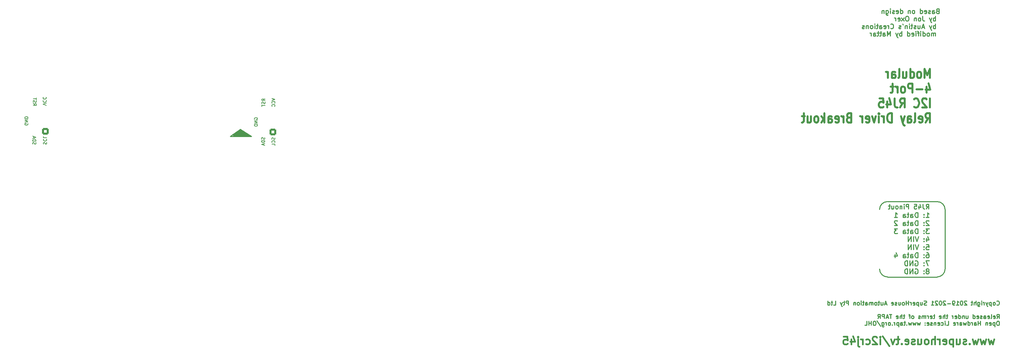
<source format=gbr>
%TF.GenerationSoftware,KiCad,Pcbnew,(6.0.9)*%
%TF.CreationDate,2023-11-05T17:37:45+05:30*%
%TF.ProjectId,Modular-I2C-4PxRJ45-Relay-Driver,4d6f6475-6c61-4722-9d49-32432d345078,2*%
%TF.SameCoordinates,Original*%
%TF.FileFunction,Legend,Bot*%
%TF.FilePolarity,Positive*%
%FSLAX46Y46*%
G04 Gerber Fmt 4.6, Leading zero omitted, Abs format (unit mm)*
G04 Created by KiCad (PCBNEW (6.0.9)) date 2023-11-05 17:37:45*
%MOMM*%
%LPD*%
G01*
G04 APERTURE LIST*
G04 Aperture macros list*
%AMRoundRect*
0 Rectangle with rounded corners*
0 $1 Rounding radius*
0 $2 $3 $4 $5 $6 $7 $8 $9 X,Y pos of 4 corners*
0 Add a 4 corners polygon primitive as box body*
4,1,4,$2,$3,$4,$5,$6,$7,$8,$9,$2,$3,0*
0 Add four circle primitives for the rounded corners*
1,1,$1+$1,$2,$3*
1,1,$1+$1,$4,$5*
1,1,$1+$1,$6,$7*
1,1,$1+$1,$8,$9*
0 Add four rect primitives between the rounded corners*
20,1,$1+$1,$2,$3,$4,$5,0*
20,1,$1+$1,$4,$5,$6,$7,0*
20,1,$1+$1,$6,$7,$8,$9,0*
20,1,$1+$1,$8,$9,$2,$3,0*%
G04 Aperture macros list end*
%ADD10C,0.254000*%
%ADD11C,0.406400*%
%ADD12C,0.391000*%
%ADD13C,0.476000*%
%ADD14C,0.200000*%
%ADD15C,0.240000*%
%ADD16C,0.252000*%
%ADD17C,0.215900*%
%ADD18C,0.241808*%
%ADD19RoundRect,0.250000X0.600000X0.600000X-0.600000X0.600000X-0.600000X-0.600000X0.600000X-0.600000X0*%
%ADD20C,1.700000*%
%ADD21C,3.000000*%
%ADD22C,3.250000*%
%ADD23C,1.500000*%
%ADD24C,2.600000*%
G04 APERTURE END LIST*
D10*
X328456014Y-54534986D02*
X328456014Y-69534986D01*
X326456014Y-71535014D02*
G75*
G03*
X328456014Y-69534986I-14J2000014D01*
G01*
X311956014Y-69534986D02*
G75*
G03*
X313956014Y-71534986I1999986J-14D01*
G01*
X153688351Y-36130800D02*
X150894351Y-34352800D01*
X153180351Y-35876800D02*
X152926351Y-35876800D01*
X149116351Y-35876800D02*
X150894351Y-34606800D01*
X328456014Y-54534986D02*
G75*
G03*
X326456014Y-52534986I-2000014J-14D01*
G01*
X148354351Y-36130800D02*
X153688351Y-36130800D01*
D11*
X150132351Y-35368800D02*
X151402351Y-35368800D01*
D10*
X150894351Y-34352800D02*
X148354351Y-36130800D01*
D11*
X151402351Y-35368800D02*
X150894351Y-35114800D01*
D10*
X313956014Y-52535014D02*
G75*
G03*
X311956014Y-54534986I-14J-1999986D01*
G01*
X326451014Y-71559986D02*
X313951014Y-71559986D01*
D11*
X152418351Y-35622800D02*
X150894351Y-34860800D01*
D10*
X150894351Y-34606800D02*
X152926351Y-35876800D01*
X152926351Y-35876800D02*
X149116351Y-35876800D01*
D11*
X150894351Y-34860800D02*
X150132351Y-35368800D01*
D10*
X313956014Y-52534986D02*
X326456014Y-52534986D01*
D11*
X149624351Y-35622800D02*
X152418351Y-35622800D01*
D12*
X340801547Y-87221428D02*
X340437928Y-88494095D01*
X340074309Y-87585047D01*
X339710690Y-88494095D01*
X339347071Y-87221428D01*
X338801642Y-87221428D02*
X338438023Y-88494095D01*
X338074404Y-87585047D01*
X337710785Y-88494095D01*
X337347166Y-87221428D01*
X336801738Y-87221428D02*
X336438119Y-88494095D01*
X336074500Y-87585047D01*
X335710880Y-88494095D01*
X335347261Y-87221428D01*
X334620023Y-88312285D02*
X334529119Y-88403190D01*
X334620023Y-88494095D01*
X334710928Y-88403190D01*
X334620023Y-88312285D01*
X334620023Y-88494095D01*
X333801880Y-88403190D02*
X333620071Y-88494095D01*
X333256452Y-88494095D01*
X333074642Y-88403190D01*
X332983738Y-88221380D01*
X332983738Y-88130476D01*
X333074642Y-87948666D01*
X333256452Y-87857761D01*
X333529166Y-87857761D01*
X333710976Y-87766857D01*
X333801880Y-87585047D01*
X333801880Y-87494142D01*
X333710976Y-87312333D01*
X333529166Y-87221428D01*
X333256452Y-87221428D01*
X333074642Y-87312333D01*
X331347452Y-87221428D02*
X331347452Y-88494095D01*
X332165595Y-87221428D02*
X332165595Y-88221380D01*
X332074690Y-88403190D01*
X331892880Y-88494095D01*
X331620166Y-88494095D01*
X331438357Y-88403190D01*
X331347452Y-88312285D01*
X330438404Y-87221428D02*
X330438404Y-89130428D01*
X330438404Y-87312333D02*
X330256595Y-87221428D01*
X329892976Y-87221428D01*
X329711166Y-87312333D01*
X329620261Y-87403238D01*
X329529357Y-87585047D01*
X329529357Y-88130476D01*
X329620261Y-88312285D01*
X329711166Y-88403190D01*
X329892976Y-88494095D01*
X330256595Y-88494095D01*
X330438404Y-88403190D01*
X327983976Y-88403190D02*
X328165785Y-88494095D01*
X328529404Y-88494095D01*
X328711214Y-88403190D01*
X328802119Y-88221380D01*
X328802119Y-87494142D01*
X328711214Y-87312333D01*
X328529404Y-87221428D01*
X328165785Y-87221428D01*
X327983976Y-87312333D01*
X327893071Y-87494142D01*
X327893071Y-87675952D01*
X328802119Y-87857761D01*
X327074928Y-88494095D02*
X327074928Y-87221428D01*
X327074928Y-87585047D02*
X326984023Y-87403238D01*
X326893119Y-87312333D01*
X326711309Y-87221428D01*
X326529500Y-87221428D01*
X325893166Y-88494095D02*
X325893166Y-86585095D01*
X325075023Y-88494095D02*
X325075023Y-87494142D01*
X325165928Y-87312333D01*
X325347738Y-87221428D01*
X325620452Y-87221428D01*
X325802261Y-87312333D01*
X325893166Y-87403238D01*
X323893261Y-88494095D02*
X324075071Y-88403190D01*
X324165976Y-88312285D01*
X324256880Y-88130476D01*
X324256880Y-87585047D01*
X324165976Y-87403238D01*
X324075071Y-87312333D01*
X323893261Y-87221428D01*
X323620547Y-87221428D01*
X323438738Y-87312333D01*
X323347833Y-87403238D01*
X323256928Y-87585047D01*
X323256928Y-88130476D01*
X323347833Y-88312285D01*
X323438738Y-88403190D01*
X323620547Y-88494095D01*
X323893261Y-88494095D01*
X321620642Y-87221428D02*
X321620642Y-88494095D01*
X322438785Y-87221428D02*
X322438785Y-88221380D01*
X322347880Y-88403190D01*
X322166071Y-88494095D01*
X321893357Y-88494095D01*
X321711547Y-88403190D01*
X321620642Y-88312285D01*
X320802500Y-88403190D02*
X320620690Y-88494095D01*
X320257071Y-88494095D01*
X320075261Y-88403190D01*
X319984357Y-88221380D01*
X319984357Y-88130476D01*
X320075261Y-87948666D01*
X320257071Y-87857761D01*
X320529785Y-87857761D01*
X320711595Y-87766857D01*
X320802500Y-87585047D01*
X320802500Y-87494142D01*
X320711595Y-87312333D01*
X320529785Y-87221428D01*
X320257071Y-87221428D01*
X320075261Y-87312333D01*
X318438976Y-88403190D02*
X318620785Y-88494095D01*
X318984404Y-88494095D01*
X319166214Y-88403190D01*
X319257119Y-88221380D01*
X319257119Y-87494142D01*
X319166214Y-87312333D01*
X318984404Y-87221428D01*
X318620785Y-87221428D01*
X318438976Y-87312333D01*
X318348071Y-87494142D01*
X318348071Y-87675952D01*
X319257119Y-87857761D01*
X317529928Y-88312285D02*
X317439023Y-88403190D01*
X317529928Y-88494095D01*
X317620833Y-88403190D01*
X317529928Y-88312285D01*
X317529928Y-88494095D01*
X316893595Y-87221428D02*
X316166357Y-87221428D01*
X316620880Y-86585095D02*
X316620880Y-88221380D01*
X316529976Y-88403190D01*
X316348166Y-88494095D01*
X316166357Y-88494095D01*
X315711833Y-87221428D02*
X315257309Y-88494095D01*
X314802785Y-87221428D01*
X312711976Y-86494190D02*
X314348261Y-88948619D01*
X312075642Y-88494095D02*
X312075642Y-87221428D01*
X312075642Y-86585095D02*
X312166547Y-86676000D01*
X312075642Y-86766904D01*
X311984738Y-86676000D01*
X312075642Y-86585095D01*
X312075642Y-86766904D01*
X311257500Y-86766904D02*
X311166595Y-86676000D01*
X310984785Y-86585095D01*
X310530261Y-86585095D01*
X310348452Y-86676000D01*
X310257547Y-86766904D01*
X310166642Y-86948714D01*
X310166642Y-87130523D01*
X310257547Y-87403238D01*
X311348404Y-88494095D01*
X310166642Y-88494095D01*
X308530357Y-88403190D02*
X308712166Y-88494095D01*
X309075785Y-88494095D01*
X309257595Y-88403190D01*
X309348500Y-88312285D01*
X309439404Y-88130476D01*
X309439404Y-87585047D01*
X309348500Y-87403238D01*
X309257595Y-87312333D01*
X309075785Y-87221428D01*
X308712166Y-87221428D01*
X308530357Y-87312333D01*
X307712214Y-88494095D02*
X307712214Y-87221428D01*
X307712214Y-87585047D02*
X307621309Y-87403238D01*
X307530404Y-87312333D01*
X307348595Y-87221428D01*
X307166785Y-87221428D01*
X306530452Y-87221428D02*
X306530452Y-88857714D01*
X306621357Y-89039523D01*
X306803166Y-89130428D01*
X306894071Y-89130428D01*
X306530452Y-86585095D02*
X306621357Y-86676000D01*
X306530452Y-86766904D01*
X306439547Y-86676000D01*
X306530452Y-86585095D01*
X306530452Y-86766904D01*
X304803261Y-87221428D02*
X304803261Y-88494095D01*
X305257785Y-86494190D02*
X305712309Y-87857761D01*
X304530547Y-87857761D01*
X302894261Y-86585095D02*
X303803309Y-86585095D01*
X303894214Y-87494142D01*
X303803309Y-87403238D01*
X303621500Y-87312333D01*
X303166976Y-87312333D01*
X302985166Y-87403238D01*
X302894261Y-87494142D01*
X302803357Y-87675952D01*
X302803357Y-88130476D01*
X302894261Y-88312285D01*
X302985166Y-88403190D01*
X303166976Y-88494095D01*
X303621500Y-88494095D01*
X303803309Y-88403190D01*
X303894214Y-88312285D01*
D13*
X324654409Y-21369413D02*
X324654409Y-19045413D01*
X323987742Y-20705413D01*
X323321076Y-19045413D01*
X323321076Y-21369413D01*
X322082980Y-21369413D02*
X322273457Y-21258746D01*
X322368695Y-21148080D01*
X322463933Y-20926746D01*
X322463933Y-20262746D01*
X322368695Y-20041413D01*
X322273457Y-19930746D01*
X322082980Y-19820080D01*
X321797266Y-19820080D01*
X321606790Y-19930746D01*
X321511552Y-20041413D01*
X321416314Y-20262746D01*
X321416314Y-20926746D01*
X321511552Y-21148080D01*
X321606790Y-21258746D01*
X321797266Y-21369413D01*
X322082980Y-21369413D01*
X319702028Y-21369413D02*
X319702028Y-19045413D01*
X319702028Y-21258746D02*
X319892504Y-21369413D01*
X320273457Y-21369413D01*
X320463933Y-21258746D01*
X320559171Y-21148080D01*
X320654409Y-20926746D01*
X320654409Y-20262746D01*
X320559171Y-20041413D01*
X320463933Y-19930746D01*
X320273457Y-19820080D01*
X319892504Y-19820080D01*
X319702028Y-19930746D01*
X317892504Y-19820080D02*
X317892504Y-21369413D01*
X318749647Y-19820080D02*
X318749647Y-21037413D01*
X318654409Y-21258746D01*
X318463933Y-21369413D01*
X318178219Y-21369413D01*
X317987742Y-21258746D01*
X317892504Y-21148080D01*
X316654409Y-21369413D02*
X316844885Y-21258746D01*
X316940123Y-21037413D01*
X316940123Y-19045413D01*
X315035361Y-21369413D02*
X315035361Y-20152080D01*
X315130600Y-19930746D01*
X315321076Y-19820080D01*
X315702028Y-19820080D01*
X315892504Y-19930746D01*
X315035361Y-21258746D02*
X315225838Y-21369413D01*
X315702028Y-21369413D01*
X315892504Y-21258746D01*
X315987742Y-21037413D01*
X315987742Y-20816080D01*
X315892504Y-20594746D01*
X315702028Y-20484080D01*
X315225838Y-20484080D01*
X315035361Y-20373413D01*
X314082980Y-21369413D02*
X314082980Y-19820080D01*
X314082980Y-20262746D02*
X313987742Y-20041413D01*
X313892504Y-19930746D01*
X313702028Y-19820080D01*
X313511552Y-19820080D01*
X323797266Y-23561720D02*
X323797266Y-25111053D01*
X324273457Y-22676386D02*
X324749647Y-24336386D01*
X323511552Y-24336386D01*
X322749647Y-24225720D02*
X321225838Y-24225720D01*
X320273457Y-25111053D02*
X320273457Y-22787053D01*
X319511552Y-22787053D01*
X319321076Y-22897720D01*
X319225838Y-23008386D01*
X319130600Y-23229720D01*
X319130600Y-23561720D01*
X319225838Y-23783053D01*
X319321076Y-23893720D01*
X319511552Y-24004386D01*
X320273457Y-24004386D01*
X317987742Y-25111053D02*
X318178219Y-25000386D01*
X318273457Y-24889720D01*
X318368695Y-24668386D01*
X318368695Y-24004386D01*
X318273457Y-23783053D01*
X318178219Y-23672386D01*
X317987742Y-23561720D01*
X317702028Y-23561720D01*
X317511552Y-23672386D01*
X317416314Y-23783053D01*
X317321076Y-24004386D01*
X317321076Y-24668386D01*
X317416314Y-24889720D01*
X317511552Y-25000386D01*
X317702028Y-25111053D01*
X317987742Y-25111053D01*
X316463933Y-25111053D02*
X316463933Y-23561720D01*
X316463933Y-24004386D02*
X316368695Y-23783053D01*
X316273457Y-23672386D01*
X316082980Y-23561720D01*
X315892504Y-23561720D01*
X315511552Y-23561720D02*
X314749647Y-23561720D01*
X315225838Y-22787053D02*
X315225838Y-24779053D01*
X315130600Y-25000386D01*
X314940123Y-25111053D01*
X314749647Y-25111053D01*
X324654409Y-28852693D02*
X324654409Y-26528693D01*
X323797266Y-26750026D02*
X323702028Y-26639360D01*
X323511552Y-26528693D01*
X323035361Y-26528693D01*
X322844885Y-26639360D01*
X322749647Y-26750026D01*
X322654409Y-26971360D01*
X322654409Y-27192693D01*
X322749647Y-27524693D01*
X323892504Y-28852693D01*
X322654409Y-28852693D01*
X320654409Y-28631360D02*
X320749647Y-28742026D01*
X321035361Y-28852693D01*
X321225838Y-28852693D01*
X321511552Y-28742026D01*
X321702028Y-28520693D01*
X321797266Y-28299360D01*
X321892504Y-27856693D01*
X321892504Y-27524693D01*
X321797266Y-27082026D01*
X321702028Y-26860693D01*
X321511552Y-26639360D01*
X321225838Y-26528693D01*
X321035361Y-26528693D01*
X320749647Y-26639360D01*
X320654409Y-26750026D01*
X317130600Y-28852693D02*
X317797266Y-27746026D01*
X318273457Y-28852693D02*
X318273457Y-26528693D01*
X317511552Y-26528693D01*
X317321076Y-26639360D01*
X317225838Y-26750026D01*
X317130600Y-26971360D01*
X317130600Y-27303360D01*
X317225838Y-27524693D01*
X317321076Y-27635360D01*
X317511552Y-27746026D01*
X318273457Y-27746026D01*
X315702028Y-26528693D02*
X315702028Y-28188693D01*
X315797266Y-28520693D01*
X315987742Y-28742026D01*
X316273457Y-28852693D01*
X316463933Y-28852693D01*
X313892504Y-27303360D02*
X313892504Y-28852693D01*
X314368695Y-26418026D02*
X314844885Y-28078026D01*
X313606790Y-28078026D01*
X311892504Y-26528693D02*
X312844885Y-26528693D01*
X312940123Y-27635360D01*
X312844885Y-27524693D01*
X312654409Y-27414026D01*
X312178219Y-27414026D01*
X311987742Y-27524693D01*
X311892504Y-27635360D01*
X311797266Y-27856693D01*
X311797266Y-28410026D01*
X311892504Y-28631360D01*
X311987742Y-28742026D01*
X312178219Y-28852693D01*
X312654409Y-28852693D01*
X312844885Y-28742026D01*
X312940123Y-28631360D01*
X323511552Y-32594333D02*
X324178219Y-31487666D01*
X324654409Y-32594333D02*
X324654409Y-30270333D01*
X323892504Y-30270333D01*
X323702028Y-30381000D01*
X323606790Y-30491666D01*
X323511552Y-30713000D01*
X323511552Y-31045000D01*
X323606790Y-31266333D01*
X323702028Y-31377000D01*
X323892504Y-31487666D01*
X324654409Y-31487666D01*
X321892504Y-32483666D02*
X322082980Y-32594333D01*
X322463933Y-32594333D01*
X322654409Y-32483666D01*
X322749647Y-32262333D01*
X322749647Y-31377000D01*
X322654409Y-31155666D01*
X322463933Y-31045000D01*
X322082980Y-31045000D01*
X321892504Y-31155666D01*
X321797266Y-31377000D01*
X321797266Y-31598333D01*
X322749647Y-31819666D01*
X320654409Y-32594333D02*
X320844885Y-32483666D01*
X320940123Y-32262333D01*
X320940123Y-30270333D01*
X319035361Y-32594333D02*
X319035361Y-31377000D01*
X319130600Y-31155666D01*
X319321076Y-31045000D01*
X319702028Y-31045000D01*
X319892504Y-31155666D01*
X319035361Y-32483666D02*
X319225838Y-32594333D01*
X319702028Y-32594333D01*
X319892504Y-32483666D01*
X319987742Y-32262333D01*
X319987742Y-32041000D01*
X319892504Y-31819666D01*
X319702028Y-31709000D01*
X319225838Y-31709000D01*
X319035361Y-31598333D01*
X318273457Y-31045000D02*
X317797266Y-32594333D01*
X317321076Y-31045000D02*
X317797266Y-32594333D01*
X317987742Y-33147666D01*
X318082980Y-33258333D01*
X318273457Y-33369000D01*
X315035361Y-32594333D02*
X315035361Y-30270333D01*
X314559171Y-30270333D01*
X314273457Y-30381000D01*
X314082980Y-30602333D01*
X313987742Y-30823666D01*
X313892504Y-31266333D01*
X313892504Y-31598333D01*
X313987742Y-32041000D01*
X314082980Y-32262333D01*
X314273457Y-32483666D01*
X314559171Y-32594333D01*
X315035361Y-32594333D01*
X313035361Y-32594333D02*
X313035361Y-31045000D01*
X313035361Y-31487666D02*
X312940123Y-31266333D01*
X312844885Y-31155666D01*
X312654409Y-31045000D01*
X312463933Y-31045000D01*
X311797266Y-32594333D02*
X311797266Y-31045000D01*
X311797266Y-30270333D02*
X311892504Y-30381000D01*
X311797266Y-30491666D01*
X311702028Y-30381000D01*
X311797266Y-30270333D01*
X311797266Y-30491666D01*
X311035361Y-31045000D02*
X310559171Y-32594333D01*
X310082980Y-31045000D01*
X308559171Y-32483666D02*
X308749647Y-32594333D01*
X309130600Y-32594333D01*
X309321076Y-32483666D01*
X309416314Y-32262333D01*
X309416314Y-31377000D01*
X309321076Y-31155666D01*
X309130600Y-31045000D01*
X308749647Y-31045000D01*
X308559171Y-31155666D01*
X308463933Y-31377000D01*
X308463933Y-31598333D01*
X309416314Y-31819666D01*
X307606790Y-32594333D02*
X307606790Y-31045000D01*
X307606790Y-31487666D02*
X307511552Y-31266333D01*
X307416314Y-31155666D01*
X307225838Y-31045000D01*
X307035361Y-31045000D01*
X304178219Y-31377000D02*
X303892504Y-31487666D01*
X303797266Y-31598333D01*
X303702028Y-31819666D01*
X303702028Y-32151666D01*
X303797266Y-32373000D01*
X303892504Y-32483666D01*
X304082980Y-32594333D01*
X304844885Y-32594333D01*
X304844885Y-30270333D01*
X304178219Y-30270333D01*
X303987742Y-30381000D01*
X303892504Y-30491666D01*
X303797266Y-30713000D01*
X303797266Y-30934333D01*
X303892504Y-31155666D01*
X303987742Y-31266333D01*
X304178219Y-31377000D01*
X304844885Y-31377000D01*
X302844885Y-32594333D02*
X302844885Y-31045000D01*
X302844885Y-31487666D02*
X302749647Y-31266333D01*
X302654409Y-31155666D01*
X302463933Y-31045000D01*
X302273457Y-31045000D01*
X300844885Y-32483666D02*
X301035361Y-32594333D01*
X301416314Y-32594333D01*
X301606790Y-32483666D01*
X301702028Y-32262333D01*
X301702028Y-31377000D01*
X301606790Y-31155666D01*
X301416314Y-31045000D01*
X301035361Y-31045000D01*
X300844885Y-31155666D01*
X300749647Y-31377000D01*
X300749647Y-31598333D01*
X301702028Y-31819666D01*
X299035361Y-32594333D02*
X299035361Y-31377000D01*
X299130600Y-31155666D01*
X299321076Y-31045000D01*
X299702028Y-31045000D01*
X299892504Y-31155666D01*
X299035361Y-32483666D02*
X299225838Y-32594333D01*
X299702028Y-32594333D01*
X299892504Y-32483666D01*
X299987742Y-32262333D01*
X299987742Y-32041000D01*
X299892504Y-31819666D01*
X299702028Y-31709000D01*
X299225838Y-31709000D01*
X299035361Y-31598333D01*
X298082980Y-32594333D02*
X298082980Y-30270333D01*
X297892504Y-31709000D02*
X297321076Y-32594333D01*
X297321076Y-31045000D02*
X298082980Y-31930333D01*
X296178219Y-32594333D02*
X296368695Y-32483666D01*
X296463933Y-32373000D01*
X296559171Y-32151666D01*
X296559171Y-31487666D01*
X296463933Y-31266333D01*
X296368695Y-31155666D01*
X296178219Y-31045000D01*
X295892504Y-31045000D01*
X295702028Y-31155666D01*
X295606790Y-31266333D01*
X295511552Y-31487666D01*
X295511552Y-32151666D01*
X295606790Y-32373000D01*
X295702028Y-32483666D01*
X295892504Y-32594333D01*
X296178219Y-32594333D01*
X293797266Y-31045000D02*
X293797266Y-32594333D01*
X294654409Y-31045000D02*
X294654409Y-32262333D01*
X294559171Y-32483666D01*
X294368695Y-32594333D01*
X294082980Y-32594333D01*
X293892504Y-32483666D01*
X293797266Y-32373000D01*
X293130600Y-31045000D02*
X292368695Y-31045000D01*
X292844885Y-30270333D02*
X292844885Y-32262333D01*
X292749647Y-32483666D01*
X292559171Y-32594333D01*
X292368695Y-32594333D01*
D14*
X102005095Y-28263666D02*
X101205095Y-27997000D01*
X102005095Y-27730333D01*
X101281285Y-27006523D02*
X101243190Y-27044619D01*
X101205095Y-27158904D01*
X101205095Y-27235095D01*
X101243190Y-27349380D01*
X101319380Y-27425571D01*
X101395571Y-27463666D01*
X101547952Y-27501761D01*
X101662238Y-27501761D01*
X101814619Y-27463666D01*
X101890809Y-27425571D01*
X101967000Y-27349380D01*
X102005095Y-27235095D01*
X102005095Y-27158904D01*
X101967000Y-27044619D01*
X101928904Y-27006523D01*
X101281285Y-26206523D02*
X101243190Y-26244619D01*
X101205095Y-26358904D01*
X101205095Y-26435095D01*
X101243190Y-26549380D01*
X101319380Y-26625571D01*
X101395571Y-26663666D01*
X101547952Y-26701761D01*
X101662238Y-26701761D01*
X101814619Y-26663666D01*
X101890809Y-26625571D01*
X101967000Y-26549380D01*
X102005095Y-26435095D01*
X102005095Y-26358904D01*
X101967000Y-26244619D01*
X101928904Y-26206523D01*
X98705095Y-27835095D02*
X99086047Y-28101761D01*
X98705095Y-28292238D02*
X99505095Y-28292238D01*
X99505095Y-27987476D01*
X99467000Y-27911285D01*
X99428904Y-27873190D01*
X99352714Y-27835095D01*
X99238428Y-27835095D01*
X99162238Y-27873190D01*
X99124142Y-27911285D01*
X99086047Y-27987476D01*
X99086047Y-28292238D01*
X98743190Y-27530333D02*
X98705095Y-27416047D01*
X98705095Y-27225571D01*
X98743190Y-27149380D01*
X98781285Y-27111285D01*
X98857476Y-27073190D01*
X98933666Y-27073190D01*
X99009857Y-27111285D01*
X99047952Y-27149380D01*
X99086047Y-27225571D01*
X99124142Y-27377952D01*
X99162238Y-27454142D01*
X99200333Y-27492238D01*
X99276523Y-27530333D01*
X99352714Y-27530333D01*
X99428904Y-27492238D01*
X99467000Y-27454142D01*
X99505095Y-27377952D01*
X99505095Y-27187476D01*
X99467000Y-27073190D01*
X99505095Y-26844619D02*
X99505095Y-26387476D01*
X98705095Y-26616047D02*
X99505095Y-26616047D01*
X157140904Y-27112904D02*
X156759952Y-26846238D01*
X157140904Y-26655761D02*
X156340904Y-26655761D01*
X156340904Y-26960523D01*
X156379000Y-27036714D01*
X156417095Y-27074809D01*
X156493285Y-27112904D01*
X156607571Y-27112904D01*
X156683761Y-27074809D01*
X156721857Y-27036714D01*
X156759952Y-26960523D01*
X156759952Y-26655761D01*
X157102809Y-27417666D02*
X157140904Y-27531952D01*
X157140904Y-27722428D01*
X157102809Y-27798619D01*
X157064714Y-27836714D01*
X156988523Y-27874809D01*
X156912333Y-27874809D01*
X156836142Y-27836714D01*
X156798047Y-27798619D01*
X156759952Y-27722428D01*
X156721857Y-27570047D01*
X156683761Y-27493857D01*
X156645666Y-27455761D01*
X156569476Y-27417666D01*
X156493285Y-27417666D01*
X156417095Y-27455761D01*
X156379000Y-27493857D01*
X156340904Y-27570047D01*
X156340904Y-27760523D01*
X156379000Y-27874809D01*
X156340904Y-28103380D02*
X156340904Y-28560523D01*
X157140904Y-28331952D02*
X156340904Y-28331952D01*
D15*
X323657014Y-56537786D02*
X324377014Y-56537786D01*
X324017014Y-56537786D02*
X324017014Y-55277786D01*
X324137014Y-55457786D01*
X324257014Y-55577786D01*
X324377014Y-55637786D01*
X323117014Y-56417786D02*
X323057014Y-56477786D01*
X323117014Y-56537786D01*
X323177014Y-56477786D01*
X323117014Y-56417786D01*
X323117014Y-56537786D01*
X323117014Y-55757786D02*
X323057014Y-55817786D01*
X323117014Y-55877786D01*
X323177014Y-55817786D01*
X323117014Y-55757786D01*
X323117014Y-55877786D01*
X321557014Y-56537786D02*
X321557014Y-55277786D01*
X321257014Y-55277786D01*
X321077014Y-55337786D01*
X320957014Y-55457786D01*
X320897014Y-55577786D01*
X320837014Y-55817786D01*
X320837014Y-55997786D01*
X320897014Y-56237786D01*
X320957014Y-56357786D01*
X321077014Y-56477786D01*
X321257014Y-56537786D01*
X321557014Y-56537786D01*
X319757014Y-56537786D02*
X319757014Y-55877786D01*
X319817014Y-55757786D01*
X319937014Y-55697786D01*
X320177014Y-55697786D01*
X320297014Y-55757786D01*
X319757014Y-56477786D02*
X319877014Y-56537786D01*
X320177014Y-56537786D01*
X320297014Y-56477786D01*
X320357014Y-56357786D01*
X320357014Y-56237786D01*
X320297014Y-56117786D01*
X320177014Y-56057786D01*
X319877014Y-56057786D01*
X319757014Y-55997786D01*
X319337014Y-55697786D02*
X318857014Y-55697786D01*
X319157014Y-55277786D02*
X319157014Y-56357786D01*
X319097014Y-56477786D01*
X318977014Y-56537786D01*
X318857014Y-56537786D01*
X317897014Y-56537786D02*
X317897014Y-55877786D01*
X317957014Y-55757786D01*
X318077014Y-55697786D01*
X318317014Y-55697786D01*
X318437014Y-55757786D01*
X317897014Y-56477786D02*
X318017014Y-56537786D01*
X318317014Y-56537786D01*
X318437014Y-56477786D01*
X318497014Y-56357786D01*
X318497014Y-56237786D01*
X318437014Y-56117786D01*
X318317014Y-56057786D01*
X318017014Y-56057786D01*
X317897014Y-55997786D01*
X315677014Y-56537786D02*
X316397014Y-56537786D01*
X316037014Y-56537786D02*
X316037014Y-55277786D01*
X316157014Y-55457786D01*
X316277014Y-55577786D01*
X316397014Y-55637786D01*
X324377014Y-57426386D02*
X324317014Y-57366386D01*
X324197014Y-57306386D01*
X323897014Y-57306386D01*
X323777014Y-57366386D01*
X323717014Y-57426386D01*
X323657014Y-57546386D01*
X323657014Y-57666386D01*
X323717014Y-57846386D01*
X324437014Y-58566386D01*
X323657014Y-58566386D01*
X323117014Y-58446386D02*
X323057014Y-58506386D01*
X323117014Y-58566386D01*
X323177014Y-58506386D01*
X323117014Y-58446386D01*
X323117014Y-58566386D01*
X323117014Y-57786386D02*
X323057014Y-57846386D01*
X323117014Y-57906386D01*
X323177014Y-57846386D01*
X323117014Y-57786386D01*
X323117014Y-57906386D01*
X321557014Y-58566386D02*
X321557014Y-57306386D01*
X321257014Y-57306386D01*
X321077014Y-57366386D01*
X320957014Y-57486386D01*
X320897014Y-57606386D01*
X320837014Y-57846386D01*
X320837014Y-58026386D01*
X320897014Y-58266386D01*
X320957014Y-58386386D01*
X321077014Y-58506386D01*
X321257014Y-58566386D01*
X321557014Y-58566386D01*
X319757014Y-58566386D02*
X319757014Y-57906386D01*
X319817014Y-57786386D01*
X319937014Y-57726386D01*
X320177014Y-57726386D01*
X320297014Y-57786386D01*
X319757014Y-58506386D02*
X319877014Y-58566386D01*
X320177014Y-58566386D01*
X320297014Y-58506386D01*
X320357014Y-58386386D01*
X320357014Y-58266386D01*
X320297014Y-58146386D01*
X320177014Y-58086386D01*
X319877014Y-58086386D01*
X319757014Y-58026386D01*
X319337014Y-57726386D02*
X318857014Y-57726386D01*
X319157014Y-57306386D02*
X319157014Y-58386386D01*
X319097014Y-58506386D01*
X318977014Y-58566386D01*
X318857014Y-58566386D01*
X317897014Y-58566386D02*
X317897014Y-57906386D01*
X317957014Y-57786386D01*
X318077014Y-57726386D01*
X318317014Y-57726386D01*
X318437014Y-57786386D01*
X317897014Y-58506386D02*
X318017014Y-58566386D01*
X318317014Y-58566386D01*
X318437014Y-58506386D01*
X318497014Y-58386386D01*
X318497014Y-58266386D01*
X318437014Y-58146386D01*
X318317014Y-58086386D01*
X318017014Y-58086386D01*
X317897014Y-58026386D01*
X316397014Y-57426386D02*
X316337014Y-57366386D01*
X316217014Y-57306386D01*
X315917014Y-57306386D01*
X315797014Y-57366386D01*
X315737014Y-57426386D01*
X315677014Y-57546386D01*
X315677014Y-57666386D01*
X315737014Y-57846386D01*
X316457014Y-58566386D01*
X315677014Y-58566386D01*
X324437014Y-59334986D02*
X323657014Y-59334986D01*
X324077014Y-59814986D01*
X323897014Y-59814986D01*
X323777014Y-59874986D01*
X323717014Y-59934986D01*
X323657014Y-60054986D01*
X323657014Y-60354986D01*
X323717014Y-60474986D01*
X323777014Y-60534986D01*
X323897014Y-60594986D01*
X324257014Y-60594986D01*
X324377014Y-60534986D01*
X324437014Y-60474986D01*
X323117014Y-60474986D02*
X323057014Y-60534986D01*
X323117014Y-60594986D01*
X323177014Y-60534986D01*
X323117014Y-60474986D01*
X323117014Y-60594986D01*
X323117014Y-59814986D02*
X323057014Y-59874986D01*
X323117014Y-59934986D01*
X323177014Y-59874986D01*
X323117014Y-59814986D01*
X323117014Y-59934986D01*
X321557014Y-60594986D02*
X321557014Y-59334986D01*
X321257014Y-59334986D01*
X321077014Y-59394986D01*
X320957014Y-59514986D01*
X320897014Y-59634986D01*
X320837014Y-59874986D01*
X320837014Y-60054986D01*
X320897014Y-60294986D01*
X320957014Y-60414986D01*
X321077014Y-60534986D01*
X321257014Y-60594986D01*
X321557014Y-60594986D01*
X319757014Y-60594986D02*
X319757014Y-59934986D01*
X319817014Y-59814986D01*
X319937014Y-59754986D01*
X320177014Y-59754986D01*
X320297014Y-59814986D01*
X319757014Y-60534986D02*
X319877014Y-60594986D01*
X320177014Y-60594986D01*
X320297014Y-60534986D01*
X320357014Y-60414986D01*
X320357014Y-60294986D01*
X320297014Y-60174986D01*
X320177014Y-60114986D01*
X319877014Y-60114986D01*
X319757014Y-60054986D01*
X319337014Y-59754986D02*
X318857014Y-59754986D01*
X319157014Y-59334986D02*
X319157014Y-60414986D01*
X319097014Y-60534986D01*
X318977014Y-60594986D01*
X318857014Y-60594986D01*
X317897014Y-60594986D02*
X317897014Y-59934986D01*
X317957014Y-59814986D01*
X318077014Y-59754986D01*
X318317014Y-59754986D01*
X318437014Y-59814986D01*
X317897014Y-60534986D02*
X318017014Y-60594986D01*
X318317014Y-60594986D01*
X318437014Y-60534986D01*
X318497014Y-60414986D01*
X318497014Y-60294986D01*
X318437014Y-60174986D01*
X318317014Y-60114986D01*
X318017014Y-60114986D01*
X317897014Y-60054986D01*
X316457014Y-59334986D02*
X315677014Y-59334986D01*
X316097014Y-59814986D01*
X315917014Y-59814986D01*
X315797014Y-59874986D01*
X315737014Y-59934986D01*
X315677014Y-60054986D01*
X315677014Y-60354986D01*
X315737014Y-60474986D01*
X315797014Y-60534986D01*
X315917014Y-60594986D01*
X316277014Y-60594986D01*
X316397014Y-60534986D01*
X316457014Y-60474986D01*
X323777014Y-61783586D02*
X323777014Y-62623586D01*
X324077014Y-61303586D02*
X324377014Y-62203586D01*
X323597014Y-62203586D01*
X323117014Y-62503586D02*
X323057014Y-62563586D01*
X323117014Y-62623586D01*
X323177014Y-62563586D01*
X323117014Y-62503586D01*
X323117014Y-62623586D01*
X323117014Y-61843586D02*
X323057014Y-61903586D01*
X323117014Y-61963586D01*
X323177014Y-61903586D01*
X323117014Y-61843586D01*
X323117014Y-61963586D01*
X321737014Y-61363586D02*
X321317014Y-62623586D01*
X320897014Y-61363586D01*
X320477014Y-62623586D02*
X320477014Y-61363586D01*
X319877014Y-62623586D02*
X319877014Y-61363586D01*
X319157014Y-62623586D01*
X319157014Y-61363586D01*
X323717014Y-63392186D02*
X324317014Y-63392186D01*
X324377014Y-63992186D01*
X324317014Y-63932186D01*
X324197014Y-63872186D01*
X323897014Y-63872186D01*
X323777014Y-63932186D01*
X323717014Y-63992186D01*
X323657014Y-64112186D01*
X323657014Y-64412186D01*
X323717014Y-64532186D01*
X323777014Y-64592186D01*
X323897014Y-64652186D01*
X324197014Y-64652186D01*
X324317014Y-64592186D01*
X324377014Y-64532186D01*
X323117014Y-64532186D02*
X323057014Y-64592186D01*
X323117014Y-64652186D01*
X323177014Y-64592186D01*
X323117014Y-64532186D01*
X323117014Y-64652186D01*
X323117014Y-63872186D02*
X323057014Y-63932186D01*
X323117014Y-63992186D01*
X323177014Y-63932186D01*
X323117014Y-63872186D01*
X323117014Y-63992186D01*
X321737014Y-63392186D02*
X321317014Y-64652186D01*
X320897014Y-63392186D01*
X320477014Y-64652186D02*
X320477014Y-63392186D01*
X319877014Y-64652186D02*
X319877014Y-63392186D01*
X319157014Y-64652186D01*
X319157014Y-63392186D01*
X323777014Y-65420786D02*
X324017014Y-65420786D01*
X324137014Y-65480786D01*
X324197014Y-65540786D01*
X324317014Y-65720786D01*
X324377014Y-65960786D01*
X324377014Y-66440786D01*
X324317014Y-66560786D01*
X324257014Y-66620786D01*
X324137014Y-66680786D01*
X323897014Y-66680786D01*
X323777014Y-66620786D01*
X323717014Y-66560786D01*
X323657014Y-66440786D01*
X323657014Y-66140786D01*
X323717014Y-66020786D01*
X323777014Y-65960786D01*
X323897014Y-65900786D01*
X324137014Y-65900786D01*
X324257014Y-65960786D01*
X324317014Y-66020786D01*
X324377014Y-66140786D01*
X323117014Y-66560786D02*
X323057014Y-66620786D01*
X323117014Y-66680786D01*
X323177014Y-66620786D01*
X323117014Y-66560786D01*
X323117014Y-66680786D01*
X323117014Y-65900786D02*
X323057014Y-65960786D01*
X323117014Y-66020786D01*
X323177014Y-65960786D01*
X323117014Y-65900786D01*
X323117014Y-66020786D01*
X321557014Y-66680786D02*
X321557014Y-65420786D01*
X321257014Y-65420786D01*
X321077014Y-65480786D01*
X320957014Y-65600786D01*
X320897014Y-65720786D01*
X320837014Y-65960786D01*
X320837014Y-66140786D01*
X320897014Y-66380786D01*
X320957014Y-66500786D01*
X321077014Y-66620786D01*
X321257014Y-66680786D01*
X321557014Y-66680786D01*
X319757014Y-66680786D02*
X319757014Y-66020786D01*
X319817014Y-65900786D01*
X319937014Y-65840786D01*
X320177014Y-65840786D01*
X320297014Y-65900786D01*
X319757014Y-66620786D02*
X319877014Y-66680786D01*
X320177014Y-66680786D01*
X320297014Y-66620786D01*
X320357014Y-66500786D01*
X320357014Y-66380786D01*
X320297014Y-66260786D01*
X320177014Y-66200786D01*
X319877014Y-66200786D01*
X319757014Y-66140786D01*
X319337014Y-65840786D02*
X318857014Y-65840786D01*
X319157014Y-65420786D02*
X319157014Y-66500786D01*
X319097014Y-66620786D01*
X318977014Y-66680786D01*
X318857014Y-66680786D01*
X317897014Y-66680786D02*
X317897014Y-66020786D01*
X317957014Y-65900786D01*
X318077014Y-65840786D01*
X318317014Y-65840786D01*
X318437014Y-65900786D01*
X317897014Y-66620786D02*
X318017014Y-66680786D01*
X318317014Y-66680786D01*
X318437014Y-66620786D01*
X318497014Y-66500786D01*
X318497014Y-66380786D01*
X318437014Y-66260786D01*
X318317014Y-66200786D01*
X318017014Y-66200786D01*
X317897014Y-66140786D01*
X315797014Y-65840786D02*
X315797014Y-66680786D01*
X316097014Y-65360786D02*
X316397014Y-66260786D01*
X315617014Y-66260786D01*
X324437014Y-67449386D02*
X323597014Y-67449386D01*
X324137014Y-68709386D01*
X323117014Y-68589386D02*
X323057014Y-68649386D01*
X323117014Y-68709386D01*
X323177014Y-68649386D01*
X323117014Y-68589386D01*
X323117014Y-68709386D01*
X323117014Y-67929386D02*
X323057014Y-67989386D01*
X323117014Y-68049386D01*
X323177014Y-67989386D01*
X323117014Y-67929386D01*
X323117014Y-68049386D01*
X320897014Y-67509386D02*
X321017014Y-67449386D01*
X321197014Y-67449386D01*
X321377014Y-67509386D01*
X321497014Y-67629386D01*
X321557014Y-67749386D01*
X321617014Y-67989386D01*
X321617014Y-68169386D01*
X321557014Y-68409386D01*
X321497014Y-68529386D01*
X321377014Y-68649386D01*
X321197014Y-68709386D01*
X321077014Y-68709386D01*
X320897014Y-68649386D01*
X320837014Y-68589386D01*
X320837014Y-68169386D01*
X321077014Y-68169386D01*
X320297014Y-68709386D02*
X320297014Y-67449386D01*
X319577014Y-68709386D01*
X319577014Y-67449386D01*
X318977014Y-68709386D02*
X318977014Y-67449386D01*
X318677014Y-67449386D01*
X318497014Y-67509386D01*
X318377014Y-67629386D01*
X318317014Y-67749386D01*
X318257014Y-67989386D01*
X318257014Y-68169386D01*
X318317014Y-68409386D01*
X318377014Y-68529386D01*
X318497014Y-68649386D01*
X318677014Y-68709386D01*
X318977014Y-68709386D01*
X324137014Y-70017986D02*
X324257014Y-69957986D01*
X324317014Y-69897986D01*
X324377014Y-69777986D01*
X324377014Y-69717986D01*
X324317014Y-69597986D01*
X324257014Y-69537986D01*
X324137014Y-69477986D01*
X323897014Y-69477986D01*
X323777014Y-69537986D01*
X323717014Y-69597986D01*
X323657014Y-69717986D01*
X323657014Y-69777986D01*
X323717014Y-69897986D01*
X323777014Y-69957986D01*
X323897014Y-70017986D01*
X324137014Y-70017986D01*
X324257014Y-70077986D01*
X324317014Y-70137986D01*
X324377014Y-70257986D01*
X324377014Y-70497986D01*
X324317014Y-70617986D01*
X324257014Y-70677986D01*
X324137014Y-70737986D01*
X323897014Y-70737986D01*
X323777014Y-70677986D01*
X323717014Y-70617986D01*
X323657014Y-70497986D01*
X323657014Y-70257986D01*
X323717014Y-70137986D01*
X323777014Y-70077986D01*
X323897014Y-70017986D01*
X323117014Y-70617986D02*
X323057014Y-70677986D01*
X323117014Y-70737986D01*
X323177014Y-70677986D01*
X323117014Y-70617986D01*
X323117014Y-70737986D01*
X323117014Y-69957986D02*
X323057014Y-70017986D01*
X323117014Y-70077986D01*
X323177014Y-70017986D01*
X323117014Y-69957986D01*
X323117014Y-70077986D01*
X320897014Y-69537986D02*
X321017014Y-69477986D01*
X321197014Y-69477986D01*
X321377014Y-69537986D01*
X321497014Y-69657986D01*
X321557014Y-69777986D01*
X321617014Y-70017986D01*
X321617014Y-70197986D01*
X321557014Y-70437986D01*
X321497014Y-70557986D01*
X321377014Y-70677986D01*
X321197014Y-70737986D01*
X321077014Y-70737986D01*
X320897014Y-70677986D01*
X320837014Y-70617986D01*
X320837014Y-70197986D01*
X321077014Y-70197986D01*
X320297014Y-70737986D02*
X320297014Y-69477986D01*
X319577014Y-70737986D01*
X319577014Y-69477986D01*
X318977014Y-70737986D02*
X318977014Y-69477986D01*
X318677014Y-69477986D01*
X318497014Y-69537986D01*
X318377014Y-69657986D01*
X318317014Y-69777986D01*
X318257014Y-70017986D01*
X318257014Y-70197986D01*
X318317014Y-70437986D01*
X318377014Y-70557986D01*
X318497014Y-70677986D01*
X318677014Y-70737986D01*
X318977014Y-70737986D01*
D14*
X97367000Y-32806523D02*
X97405095Y-32882714D01*
X97405095Y-32997000D01*
X97367000Y-33111285D01*
X97290809Y-33187476D01*
X97214619Y-33225571D01*
X97062238Y-33263666D01*
X96947952Y-33263666D01*
X96795571Y-33225571D01*
X96719380Y-33187476D01*
X96643190Y-33111285D01*
X96605095Y-32997000D01*
X96605095Y-32920809D01*
X96643190Y-32806523D01*
X96681285Y-32768428D01*
X96947952Y-32768428D01*
X96947952Y-32920809D01*
X96605095Y-32425571D02*
X97405095Y-32425571D01*
X96605095Y-31968428D01*
X97405095Y-31968428D01*
X96605095Y-31587476D02*
X97405095Y-31587476D01*
X97405095Y-31397000D01*
X97367000Y-31282714D01*
X97290809Y-31206523D01*
X97214619Y-31168428D01*
X97062238Y-31130333D01*
X96947952Y-31130333D01*
X96795571Y-31168428D01*
X96719380Y-31206523D01*
X96643190Y-31282714D01*
X96605095Y-31397000D01*
X96605095Y-31587476D01*
X98643190Y-38068428D02*
X98605095Y-37954142D01*
X98605095Y-37763666D01*
X98643190Y-37687476D01*
X98681285Y-37649380D01*
X98757476Y-37611285D01*
X98833666Y-37611285D01*
X98909857Y-37649380D01*
X98947952Y-37687476D01*
X98986047Y-37763666D01*
X99024142Y-37916047D01*
X99062238Y-37992238D01*
X99100333Y-38030333D01*
X99176523Y-38068428D01*
X99252714Y-38068428D01*
X99328904Y-38030333D01*
X99367000Y-37992238D01*
X99405095Y-37916047D01*
X99405095Y-37725571D01*
X99367000Y-37611285D01*
X98605095Y-37268428D02*
X99405095Y-37268428D01*
X99405095Y-37077952D01*
X99367000Y-36963666D01*
X99290809Y-36887476D01*
X99214619Y-36849380D01*
X99062238Y-36811285D01*
X98947952Y-36811285D01*
X98795571Y-36849380D01*
X98719380Y-36887476D01*
X98643190Y-36963666D01*
X98605095Y-37077952D01*
X98605095Y-37268428D01*
X98833666Y-36506523D02*
X98833666Y-36125571D01*
X98605095Y-36582714D02*
X99405095Y-36316047D01*
X98605095Y-36049380D01*
D16*
X323679880Y-54360319D02*
X324062547Y-53813652D01*
X324335880Y-54360319D02*
X324335880Y-53212319D01*
X323898547Y-53212319D01*
X323789214Y-53266986D01*
X323734547Y-53321652D01*
X323679880Y-53430986D01*
X323679880Y-53594986D01*
X323734547Y-53704319D01*
X323789214Y-53758986D01*
X323898547Y-53813652D01*
X324335880Y-53813652D01*
X322859880Y-53212319D02*
X322859880Y-54032319D01*
X322914547Y-54196319D01*
X323023880Y-54305652D01*
X323187880Y-54360319D01*
X323297214Y-54360319D01*
X321821214Y-53594986D02*
X321821214Y-54360319D01*
X322094547Y-53157652D02*
X322367880Y-53977652D01*
X321657214Y-53977652D01*
X320673214Y-53212319D02*
X321219880Y-53212319D01*
X321274547Y-53758986D01*
X321219880Y-53704319D01*
X321110547Y-53649652D01*
X320837214Y-53649652D01*
X320727880Y-53704319D01*
X320673214Y-53758986D01*
X320618547Y-53868319D01*
X320618547Y-54141652D01*
X320673214Y-54250986D01*
X320727880Y-54305652D01*
X320837214Y-54360319D01*
X321110547Y-54360319D01*
X321219880Y-54305652D01*
X321274547Y-54250986D01*
X319251880Y-54360319D02*
X319251880Y-53212319D01*
X318814547Y-53212319D01*
X318705214Y-53266986D01*
X318650547Y-53321652D01*
X318595880Y-53430986D01*
X318595880Y-53594986D01*
X318650547Y-53704319D01*
X318705214Y-53758986D01*
X318814547Y-53813652D01*
X319251880Y-53813652D01*
X318103880Y-54360319D02*
X318103880Y-53594986D01*
X318103880Y-53212319D02*
X318158547Y-53266986D01*
X318103880Y-53321652D01*
X318049214Y-53266986D01*
X318103880Y-53212319D01*
X318103880Y-53321652D01*
X317557214Y-53594986D02*
X317557214Y-54360319D01*
X317557214Y-53704319D02*
X317502547Y-53649652D01*
X317393214Y-53594986D01*
X317229214Y-53594986D01*
X317119880Y-53649652D01*
X317065214Y-53758986D01*
X317065214Y-54360319D01*
X316354547Y-54360319D02*
X316463880Y-54305652D01*
X316518547Y-54250986D01*
X316573214Y-54141652D01*
X316573214Y-53813652D01*
X316518547Y-53704319D01*
X316463880Y-53649652D01*
X316354547Y-53594986D01*
X316190547Y-53594986D01*
X316081214Y-53649652D01*
X316026547Y-53704319D01*
X315971880Y-53813652D01*
X315971880Y-54141652D01*
X316026547Y-54250986D01*
X316081214Y-54305652D01*
X316190547Y-54360319D01*
X316354547Y-54360319D01*
X314987880Y-53594986D02*
X314987880Y-54360319D01*
X315479880Y-53594986D02*
X315479880Y-54196319D01*
X315425214Y-54305652D01*
X315315880Y-54360319D01*
X315151880Y-54360319D01*
X315042547Y-54305652D01*
X314987880Y-54250986D01*
X314605214Y-53594986D02*
X314167880Y-53594986D01*
X314441214Y-53212319D02*
X314441214Y-54196319D01*
X314386547Y-54305652D01*
X314277214Y-54360319D01*
X314167880Y-54360319D01*
D17*
X341464345Y-78517111D02*
X341514541Y-78567306D01*
X341665126Y-78617501D01*
X341765517Y-78617501D01*
X341916103Y-78567306D01*
X342016493Y-78466916D01*
X342066688Y-78366525D01*
X342116884Y-78165744D01*
X342116884Y-78015158D01*
X342066688Y-77814377D01*
X342016493Y-77713987D01*
X341916103Y-77613597D01*
X341765517Y-77563401D01*
X341665126Y-77563401D01*
X341514541Y-77613597D01*
X341464345Y-77663792D01*
X340862003Y-78617501D02*
X340962393Y-78567306D01*
X341012588Y-78517111D01*
X341062784Y-78416720D01*
X341062784Y-78115549D01*
X341012588Y-78015158D01*
X340962393Y-77964963D01*
X340862003Y-77914768D01*
X340711417Y-77914768D01*
X340611026Y-77964963D01*
X340560831Y-78015158D01*
X340510636Y-78115549D01*
X340510636Y-78416720D01*
X340560831Y-78517111D01*
X340611026Y-78567306D01*
X340711417Y-78617501D01*
X340862003Y-78617501D01*
X340058879Y-77914768D02*
X340058879Y-78968868D01*
X340058879Y-77964963D02*
X339958488Y-77914768D01*
X339757707Y-77914768D01*
X339657317Y-77964963D01*
X339607122Y-78015158D01*
X339556926Y-78115549D01*
X339556926Y-78416720D01*
X339607122Y-78517111D01*
X339657317Y-78567306D01*
X339757707Y-78617501D01*
X339958488Y-78617501D01*
X340058879Y-78567306D01*
X339205560Y-77914768D02*
X338954584Y-78617501D01*
X338703607Y-77914768D02*
X338954584Y-78617501D01*
X339054974Y-78868477D01*
X339105169Y-78918673D01*
X339205560Y-78968868D01*
X338302045Y-78617501D02*
X338302045Y-77914768D01*
X338302045Y-78115549D02*
X338251850Y-78015158D01*
X338201655Y-77964963D01*
X338101265Y-77914768D01*
X338000874Y-77914768D01*
X337649507Y-78617501D02*
X337649507Y-77914768D01*
X337649507Y-77563401D02*
X337699703Y-77613597D01*
X337649507Y-77663792D01*
X337599312Y-77613597D01*
X337649507Y-77563401D01*
X337649507Y-77663792D01*
X336695798Y-77914768D02*
X336695798Y-78768087D01*
X336745993Y-78868477D01*
X336796188Y-78918673D01*
X336896579Y-78968868D01*
X337047165Y-78968868D01*
X337147555Y-78918673D01*
X336695798Y-78567306D02*
X336796188Y-78617501D01*
X336996969Y-78617501D01*
X337097360Y-78567306D01*
X337147555Y-78517111D01*
X337197750Y-78416720D01*
X337197750Y-78115549D01*
X337147555Y-78015158D01*
X337097360Y-77964963D01*
X336996969Y-77914768D01*
X336796188Y-77914768D01*
X336695798Y-77964963D01*
X336193845Y-78617501D02*
X336193845Y-77563401D01*
X335742088Y-78617501D02*
X335742088Y-78065354D01*
X335792284Y-77964963D01*
X335892674Y-77914768D01*
X336043260Y-77914768D01*
X336143650Y-77964963D01*
X336193845Y-78015158D01*
X335390722Y-77914768D02*
X334989160Y-77914768D01*
X335240136Y-77563401D02*
X335240136Y-78466916D01*
X335189941Y-78567306D01*
X335089550Y-78617501D01*
X334989160Y-78617501D01*
X333884865Y-77663792D02*
X333834669Y-77613597D01*
X333734279Y-77563401D01*
X333483303Y-77563401D01*
X333382912Y-77613597D01*
X333332717Y-77663792D01*
X333282522Y-77764182D01*
X333282522Y-77864573D01*
X333332717Y-78015158D01*
X333935060Y-78617501D01*
X333282522Y-78617501D01*
X332629984Y-77563401D02*
X332529593Y-77563401D01*
X332429203Y-77613597D01*
X332379007Y-77663792D01*
X332328812Y-77764182D01*
X332278617Y-77964963D01*
X332278617Y-78215939D01*
X332328812Y-78416720D01*
X332379007Y-78517111D01*
X332429203Y-78567306D01*
X332529593Y-78617501D01*
X332629984Y-78617501D01*
X332730374Y-78567306D01*
X332780569Y-78517111D01*
X332830765Y-78416720D01*
X332880960Y-78215939D01*
X332880960Y-77964963D01*
X332830765Y-77764182D01*
X332780569Y-77663792D01*
X332730374Y-77613597D01*
X332629984Y-77563401D01*
X331274712Y-78617501D02*
X331877055Y-78617501D01*
X331575884Y-78617501D02*
X331575884Y-77563401D01*
X331676274Y-77713987D01*
X331776665Y-77814377D01*
X331877055Y-77864573D01*
X330772760Y-78617501D02*
X330571979Y-78617501D01*
X330471588Y-78567306D01*
X330421393Y-78517111D01*
X330321003Y-78366525D01*
X330270807Y-78165744D01*
X330270807Y-77764182D01*
X330321003Y-77663792D01*
X330371198Y-77613597D01*
X330471588Y-77563401D01*
X330672369Y-77563401D01*
X330772760Y-77613597D01*
X330822955Y-77663792D01*
X330873150Y-77764182D01*
X330873150Y-78015158D01*
X330822955Y-78115549D01*
X330772760Y-78165744D01*
X330672369Y-78215939D01*
X330471588Y-78215939D01*
X330371198Y-78165744D01*
X330321003Y-78115549D01*
X330270807Y-78015158D01*
X329819050Y-78215939D02*
X329015926Y-78215939D01*
X328564169Y-77663792D02*
X328513974Y-77613597D01*
X328413584Y-77563401D01*
X328162607Y-77563401D01*
X328062217Y-77613597D01*
X328012022Y-77663792D01*
X327961826Y-77764182D01*
X327961826Y-77864573D01*
X328012022Y-78015158D01*
X328614365Y-78617501D01*
X327961826Y-78617501D01*
X327309288Y-77563401D02*
X327208898Y-77563401D01*
X327108507Y-77613597D01*
X327058312Y-77663792D01*
X327008117Y-77764182D01*
X326957922Y-77964963D01*
X326957922Y-78215939D01*
X327008117Y-78416720D01*
X327058312Y-78517111D01*
X327108507Y-78567306D01*
X327208898Y-78617501D01*
X327309288Y-78617501D01*
X327409679Y-78567306D01*
X327459874Y-78517111D01*
X327510069Y-78416720D01*
X327560265Y-78215939D01*
X327560265Y-77964963D01*
X327510069Y-77764182D01*
X327459874Y-77663792D01*
X327409679Y-77613597D01*
X327309288Y-77563401D01*
X326556360Y-77663792D02*
X326506165Y-77613597D01*
X326405774Y-77563401D01*
X326154798Y-77563401D01*
X326054407Y-77613597D01*
X326004212Y-77663792D01*
X325954017Y-77764182D01*
X325954017Y-77864573D01*
X326004212Y-78015158D01*
X326606555Y-78617501D01*
X325954017Y-78617501D01*
X324950112Y-78617501D02*
X325552455Y-78617501D01*
X325251284Y-78617501D02*
X325251284Y-77563401D01*
X325351674Y-77713987D01*
X325452065Y-77814377D01*
X325552455Y-77864573D01*
X323745426Y-78567306D02*
X323594841Y-78617501D01*
X323343865Y-78617501D01*
X323243474Y-78567306D01*
X323193279Y-78517111D01*
X323143084Y-78416720D01*
X323143084Y-78316330D01*
X323193279Y-78215939D01*
X323243474Y-78165744D01*
X323343865Y-78115549D01*
X323544645Y-78065354D01*
X323645036Y-78015158D01*
X323695231Y-77964963D01*
X323745426Y-77864573D01*
X323745426Y-77764182D01*
X323695231Y-77663792D01*
X323645036Y-77613597D01*
X323544645Y-77563401D01*
X323293669Y-77563401D01*
X323143084Y-77613597D01*
X322239569Y-77914768D02*
X322239569Y-78617501D01*
X322691326Y-77914768D02*
X322691326Y-78466916D01*
X322641131Y-78567306D01*
X322540741Y-78617501D01*
X322390155Y-78617501D01*
X322289765Y-78567306D01*
X322239569Y-78517111D01*
X321737617Y-77914768D02*
X321737617Y-78968868D01*
X321737617Y-77964963D02*
X321637226Y-77914768D01*
X321436445Y-77914768D01*
X321336055Y-77964963D01*
X321285860Y-78015158D01*
X321235665Y-78115549D01*
X321235665Y-78416720D01*
X321285860Y-78517111D01*
X321336055Y-78567306D01*
X321436445Y-78617501D01*
X321637226Y-78617501D01*
X321737617Y-78567306D01*
X320382345Y-78567306D02*
X320482736Y-78617501D01*
X320683517Y-78617501D01*
X320783907Y-78567306D01*
X320834103Y-78466916D01*
X320834103Y-78065354D01*
X320783907Y-77964963D01*
X320683517Y-77914768D01*
X320482736Y-77914768D01*
X320382345Y-77964963D01*
X320332150Y-78065354D01*
X320332150Y-78165744D01*
X320834103Y-78266135D01*
X319880393Y-78617501D02*
X319880393Y-77914768D01*
X319880393Y-78115549D02*
X319830198Y-78015158D01*
X319780003Y-77964963D01*
X319679612Y-77914768D01*
X319579222Y-77914768D01*
X319227855Y-78617501D02*
X319227855Y-77563401D01*
X319227855Y-78065354D02*
X318625512Y-78065354D01*
X318625512Y-78617501D02*
X318625512Y-77563401D01*
X317972974Y-78617501D02*
X318073365Y-78567306D01*
X318123560Y-78517111D01*
X318173755Y-78416720D01*
X318173755Y-78115549D01*
X318123560Y-78015158D01*
X318073365Y-77964963D01*
X317972974Y-77914768D01*
X317822388Y-77914768D01*
X317721998Y-77964963D01*
X317671803Y-78015158D01*
X317621607Y-78115549D01*
X317621607Y-78416720D01*
X317671803Y-78517111D01*
X317721998Y-78567306D01*
X317822388Y-78617501D01*
X317972974Y-78617501D01*
X316718093Y-77914768D02*
X316718093Y-78617501D01*
X317169850Y-77914768D02*
X317169850Y-78466916D01*
X317119655Y-78567306D01*
X317019265Y-78617501D01*
X316868679Y-78617501D01*
X316768288Y-78567306D01*
X316718093Y-78517111D01*
X316266336Y-78567306D02*
X316165945Y-78617501D01*
X315965165Y-78617501D01*
X315864774Y-78567306D01*
X315814579Y-78466916D01*
X315814579Y-78416720D01*
X315864774Y-78316330D01*
X315965165Y-78266135D01*
X316115750Y-78266135D01*
X316216141Y-78215939D01*
X316266336Y-78115549D01*
X316266336Y-78065354D01*
X316216141Y-77964963D01*
X316115750Y-77914768D01*
X315965165Y-77914768D01*
X315864774Y-77964963D01*
X314961260Y-78567306D02*
X315061650Y-78617501D01*
X315262431Y-78617501D01*
X315362822Y-78567306D01*
X315413017Y-78466916D01*
X315413017Y-78065354D01*
X315362822Y-77964963D01*
X315262431Y-77914768D01*
X315061650Y-77914768D01*
X314961260Y-77964963D01*
X314911065Y-78065354D01*
X314911065Y-78165744D01*
X315413017Y-78266135D01*
X313706379Y-78316330D02*
X313204426Y-78316330D01*
X313806769Y-78617501D02*
X313455403Y-77563401D01*
X313104036Y-78617501D01*
X312300912Y-77914768D02*
X312300912Y-78617501D01*
X312752669Y-77914768D02*
X312752669Y-78466916D01*
X312702474Y-78567306D01*
X312602084Y-78617501D01*
X312451498Y-78617501D01*
X312351107Y-78567306D01*
X312300912Y-78517111D01*
X311949545Y-77914768D02*
X311547984Y-77914768D01*
X311798960Y-77563401D02*
X311798960Y-78466916D01*
X311748765Y-78567306D01*
X311648374Y-78617501D01*
X311547984Y-78617501D01*
X311046031Y-78617501D02*
X311146422Y-78567306D01*
X311196617Y-78517111D01*
X311246812Y-78416720D01*
X311246812Y-78115549D01*
X311196617Y-78015158D01*
X311146422Y-77964963D01*
X311046031Y-77914768D01*
X310895445Y-77914768D01*
X310795055Y-77964963D01*
X310744860Y-78015158D01*
X310694665Y-78115549D01*
X310694665Y-78416720D01*
X310744860Y-78517111D01*
X310795055Y-78567306D01*
X310895445Y-78617501D01*
X311046031Y-78617501D01*
X310242907Y-78617501D02*
X310242907Y-77914768D01*
X310242907Y-78015158D02*
X310192712Y-77964963D01*
X310092322Y-77914768D01*
X309941736Y-77914768D01*
X309841345Y-77964963D01*
X309791150Y-78065354D01*
X309791150Y-78617501D01*
X309791150Y-78065354D02*
X309740955Y-77964963D01*
X309640565Y-77914768D01*
X309489979Y-77914768D01*
X309389588Y-77964963D01*
X309339393Y-78065354D01*
X309339393Y-78617501D01*
X308385684Y-78617501D02*
X308385684Y-78065354D01*
X308435879Y-77964963D01*
X308536269Y-77914768D01*
X308737050Y-77914768D01*
X308837441Y-77964963D01*
X308385684Y-78567306D02*
X308486074Y-78617501D01*
X308737050Y-78617501D01*
X308837441Y-78567306D01*
X308887636Y-78466916D01*
X308887636Y-78366525D01*
X308837441Y-78266135D01*
X308737050Y-78215939D01*
X308486074Y-78215939D01*
X308385684Y-78165744D01*
X308034317Y-77914768D02*
X307632755Y-77914768D01*
X307883731Y-77563401D02*
X307883731Y-78466916D01*
X307833536Y-78567306D01*
X307733145Y-78617501D01*
X307632755Y-78617501D01*
X307281388Y-78617501D02*
X307281388Y-77914768D01*
X307281388Y-77563401D02*
X307331584Y-77613597D01*
X307281388Y-77663792D01*
X307231193Y-77613597D01*
X307281388Y-77563401D01*
X307281388Y-77663792D01*
X306628850Y-78617501D02*
X306729241Y-78567306D01*
X306779436Y-78517111D01*
X306829631Y-78416720D01*
X306829631Y-78115549D01*
X306779436Y-78015158D01*
X306729241Y-77964963D01*
X306628850Y-77914768D01*
X306478265Y-77914768D01*
X306377874Y-77964963D01*
X306327679Y-78015158D01*
X306277484Y-78115549D01*
X306277484Y-78416720D01*
X306327679Y-78517111D01*
X306377874Y-78567306D01*
X306478265Y-78617501D01*
X306628850Y-78617501D01*
X305825726Y-77914768D02*
X305825726Y-78617501D01*
X305825726Y-78015158D02*
X305775531Y-77964963D01*
X305675141Y-77914768D01*
X305524555Y-77914768D01*
X305424165Y-77964963D01*
X305373969Y-78065354D01*
X305373969Y-78617501D01*
X304068893Y-78617501D02*
X304068893Y-77563401D01*
X303667331Y-77563401D01*
X303566941Y-77613597D01*
X303516745Y-77663792D01*
X303466550Y-77764182D01*
X303466550Y-77914768D01*
X303516745Y-78015158D01*
X303566941Y-78065354D01*
X303667331Y-78115549D01*
X304068893Y-78115549D01*
X303165379Y-77914768D02*
X302763817Y-77914768D01*
X303014793Y-77563401D02*
X303014793Y-78466916D01*
X302964598Y-78567306D01*
X302864207Y-78617501D01*
X302763817Y-78617501D01*
X302512841Y-77914768D02*
X302261865Y-78617501D01*
X302010888Y-77914768D02*
X302261865Y-78617501D01*
X302362255Y-78868477D01*
X302412450Y-78918673D01*
X302512841Y-78968868D01*
X300304250Y-78617501D02*
X300806203Y-78617501D01*
X300806203Y-77563401D01*
X300103469Y-77914768D02*
X299701907Y-77914768D01*
X299952884Y-77563401D02*
X299952884Y-78466916D01*
X299902688Y-78567306D01*
X299802298Y-78617501D01*
X299701907Y-78617501D01*
X298898784Y-78617501D02*
X298898784Y-77563401D01*
X298898784Y-78567306D02*
X298999174Y-78617501D01*
X299199955Y-78617501D01*
X299300345Y-78567306D01*
X299350541Y-78517111D01*
X299400736Y-78416720D01*
X299400736Y-78115549D01*
X299350541Y-78015158D01*
X299300345Y-77964963D01*
X299199955Y-77914768D01*
X298999174Y-77914768D01*
X298898784Y-77964963D01*
X341464345Y-82011703D02*
X341815712Y-81509751D01*
X342066688Y-82011703D02*
X342066688Y-80957603D01*
X341665126Y-80957603D01*
X341564736Y-81007799D01*
X341514541Y-81057994D01*
X341464345Y-81158384D01*
X341464345Y-81308970D01*
X341514541Y-81409360D01*
X341564736Y-81459556D01*
X341665126Y-81509751D01*
X342066688Y-81509751D01*
X340611026Y-81961508D02*
X340711417Y-82011703D01*
X340912198Y-82011703D01*
X341012588Y-81961508D01*
X341062784Y-81861118D01*
X341062784Y-81459556D01*
X341012588Y-81359165D01*
X340912198Y-81308970D01*
X340711417Y-81308970D01*
X340611026Y-81359165D01*
X340560831Y-81459556D01*
X340560831Y-81559946D01*
X341062784Y-81660337D01*
X339958488Y-82011703D02*
X340058879Y-81961508D01*
X340109074Y-81861118D01*
X340109074Y-80957603D01*
X339155365Y-81961508D02*
X339255755Y-82011703D01*
X339456536Y-82011703D01*
X339556926Y-81961508D01*
X339607122Y-81861118D01*
X339607122Y-81459556D01*
X339556926Y-81359165D01*
X339456536Y-81308970D01*
X339255755Y-81308970D01*
X339155365Y-81359165D01*
X339105169Y-81459556D01*
X339105169Y-81559946D01*
X339607122Y-81660337D01*
X338201655Y-82011703D02*
X338201655Y-81459556D01*
X338251850Y-81359165D01*
X338352241Y-81308970D01*
X338553022Y-81308970D01*
X338653412Y-81359165D01*
X338201655Y-81961508D02*
X338302045Y-82011703D01*
X338553022Y-82011703D01*
X338653412Y-81961508D01*
X338703607Y-81861118D01*
X338703607Y-81760727D01*
X338653412Y-81660337D01*
X338553022Y-81610141D01*
X338302045Y-81610141D01*
X338201655Y-81559946D01*
X337749898Y-81961508D02*
X337649507Y-82011703D01*
X337448726Y-82011703D01*
X337348336Y-81961508D01*
X337298141Y-81861118D01*
X337298141Y-81810922D01*
X337348336Y-81710532D01*
X337448726Y-81660337D01*
X337599312Y-81660337D01*
X337699703Y-81610141D01*
X337749898Y-81509751D01*
X337749898Y-81459556D01*
X337699703Y-81359165D01*
X337599312Y-81308970D01*
X337448726Y-81308970D01*
X337348336Y-81359165D01*
X336444822Y-81961508D02*
X336545212Y-82011703D01*
X336745993Y-82011703D01*
X336846384Y-81961508D01*
X336896579Y-81861118D01*
X336896579Y-81459556D01*
X336846384Y-81359165D01*
X336745993Y-81308970D01*
X336545212Y-81308970D01*
X336444822Y-81359165D01*
X336394626Y-81459556D01*
X336394626Y-81559946D01*
X336896579Y-81660337D01*
X335491112Y-82011703D02*
X335491112Y-80957603D01*
X335491112Y-81961508D02*
X335591503Y-82011703D01*
X335792284Y-82011703D01*
X335892674Y-81961508D01*
X335942869Y-81911313D01*
X335993065Y-81810922D01*
X335993065Y-81509751D01*
X335942869Y-81409360D01*
X335892674Y-81359165D01*
X335792284Y-81308970D01*
X335591503Y-81308970D01*
X335491112Y-81359165D01*
X333734279Y-81308970D02*
X333734279Y-82011703D01*
X334186036Y-81308970D02*
X334186036Y-81861118D01*
X334135841Y-81961508D01*
X334035450Y-82011703D01*
X333884865Y-82011703D01*
X333784474Y-81961508D01*
X333734279Y-81911313D01*
X333232326Y-81308970D02*
X333232326Y-82011703D01*
X333232326Y-81409360D02*
X333182131Y-81359165D01*
X333081741Y-81308970D01*
X332931155Y-81308970D01*
X332830765Y-81359165D01*
X332780569Y-81459556D01*
X332780569Y-82011703D01*
X331826860Y-82011703D02*
X331826860Y-80957603D01*
X331826860Y-81961508D02*
X331927250Y-82011703D01*
X332128031Y-82011703D01*
X332228422Y-81961508D01*
X332278617Y-81911313D01*
X332328812Y-81810922D01*
X332328812Y-81509751D01*
X332278617Y-81409360D01*
X332228422Y-81359165D01*
X332128031Y-81308970D01*
X331927250Y-81308970D01*
X331826860Y-81359165D01*
X330923345Y-81961508D02*
X331023736Y-82011703D01*
X331224517Y-82011703D01*
X331324907Y-81961508D01*
X331375103Y-81861118D01*
X331375103Y-81459556D01*
X331324907Y-81359165D01*
X331224517Y-81308970D01*
X331023736Y-81308970D01*
X330923345Y-81359165D01*
X330873150Y-81459556D01*
X330873150Y-81559946D01*
X331375103Y-81660337D01*
X330421393Y-82011703D02*
X330421393Y-81308970D01*
X330421393Y-81509751D02*
X330371198Y-81409360D01*
X330321003Y-81359165D01*
X330220612Y-81308970D01*
X330120222Y-81308970D01*
X329116317Y-81308970D02*
X328714755Y-81308970D01*
X328965731Y-80957603D02*
X328965731Y-81861118D01*
X328915536Y-81961508D01*
X328815145Y-82011703D01*
X328714755Y-82011703D01*
X328363388Y-82011703D02*
X328363388Y-80957603D01*
X327911631Y-82011703D02*
X327911631Y-81459556D01*
X327961826Y-81359165D01*
X328062217Y-81308970D01*
X328212803Y-81308970D01*
X328313193Y-81359165D01*
X328363388Y-81409360D01*
X327008117Y-81961508D02*
X327108507Y-82011703D01*
X327309288Y-82011703D01*
X327409679Y-81961508D01*
X327459874Y-81861118D01*
X327459874Y-81459556D01*
X327409679Y-81359165D01*
X327309288Y-81308970D01*
X327108507Y-81308970D01*
X327008117Y-81359165D01*
X326957922Y-81459556D01*
X326957922Y-81559946D01*
X327459874Y-81660337D01*
X325853626Y-81308970D02*
X325452065Y-81308970D01*
X325703041Y-80957603D02*
X325703041Y-81861118D01*
X325652845Y-81961508D01*
X325552455Y-82011703D01*
X325452065Y-82011703D01*
X324699136Y-81961508D02*
X324799526Y-82011703D01*
X325000307Y-82011703D01*
X325100698Y-81961508D01*
X325150893Y-81861118D01*
X325150893Y-81459556D01*
X325100698Y-81359165D01*
X325000307Y-81308970D01*
X324799526Y-81308970D01*
X324699136Y-81359165D01*
X324648941Y-81459556D01*
X324648941Y-81559946D01*
X325150893Y-81660337D01*
X324197184Y-82011703D02*
X324197184Y-81308970D01*
X324197184Y-81509751D02*
X324146988Y-81409360D01*
X324096793Y-81359165D01*
X323996403Y-81308970D01*
X323896012Y-81308970D01*
X323544645Y-82011703D02*
X323544645Y-81308970D01*
X323544645Y-81409360D02*
X323494450Y-81359165D01*
X323394060Y-81308970D01*
X323243474Y-81308970D01*
X323143084Y-81359165D01*
X323092888Y-81459556D01*
X323092888Y-82011703D01*
X323092888Y-81459556D02*
X323042693Y-81359165D01*
X322942303Y-81308970D01*
X322791717Y-81308970D01*
X322691326Y-81359165D01*
X322641131Y-81459556D01*
X322641131Y-82011703D01*
X322189374Y-81961508D02*
X322088984Y-82011703D01*
X321888203Y-82011703D01*
X321787812Y-81961508D01*
X321737617Y-81861118D01*
X321737617Y-81810922D01*
X321787812Y-81710532D01*
X321888203Y-81660337D01*
X322038788Y-81660337D01*
X322139179Y-81610141D01*
X322189374Y-81509751D01*
X322189374Y-81459556D01*
X322139179Y-81359165D01*
X322038788Y-81308970D01*
X321888203Y-81308970D01*
X321787812Y-81359165D01*
X320332150Y-82011703D02*
X320432541Y-81961508D01*
X320482736Y-81911313D01*
X320532931Y-81810922D01*
X320532931Y-81509751D01*
X320482736Y-81409360D01*
X320432541Y-81359165D01*
X320332150Y-81308970D01*
X320181565Y-81308970D01*
X320081174Y-81359165D01*
X320030979Y-81409360D01*
X319980784Y-81509751D01*
X319980784Y-81810922D01*
X320030979Y-81911313D01*
X320081174Y-81961508D01*
X320181565Y-82011703D01*
X320332150Y-82011703D01*
X319679612Y-81308970D02*
X319278050Y-81308970D01*
X319529026Y-82011703D02*
X319529026Y-81108189D01*
X319478831Y-81007799D01*
X319378441Y-80957603D01*
X319278050Y-80957603D01*
X318274145Y-81308970D02*
X317872584Y-81308970D01*
X318123560Y-80957603D02*
X318123560Y-81861118D01*
X318073365Y-81961508D01*
X317972974Y-82011703D01*
X317872584Y-82011703D01*
X317521217Y-82011703D02*
X317521217Y-80957603D01*
X317069460Y-82011703D02*
X317069460Y-81459556D01*
X317119655Y-81359165D01*
X317220045Y-81308970D01*
X317370631Y-81308970D01*
X317471022Y-81359165D01*
X317521217Y-81409360D01*
X316165945Y-81961508D02*
X316266336Y-82011703D01*
X316467117Y-82011703D01*
X316567507Y-81961508D01*
X316617703Y-81861118D01*
X316617703Y-81459556D01*
X316567507Y-81359165D01*
X316467117Y-81308970D01*
X316266336Y-81308970D01*
X316165945Y-81359165D01*
X316115750Y-81459556D01*
X316115750Y-81559946D01*
X316617703Y-81660337D01*
X315011455Y-80957603D02*
X314409112Y-80957603D01*
X314710284Y-82011703D02*
X314710284Y-80957603D01*
X314107941Y-81710532D02*
X313605988Y-81710532D01*
X314208331Y-82011703D02*
X313856965Y-80957603D01*
X313505598Y-82011703D01*
X313154231Y-82011703D02*
X313154231Y-80957603D01*
X312752669Y-80957603D01*
X312652279Y-81007799D01*
X312602084Y-81057994D01*
X312551888Y-81158384D01*
X312551888Y-81308970D01*
X312602084Y-81409360D01*
X312652279Y-81459556D01*
X312752669Y-81509751D01*
X313154231Y-81509751D01*
X311497788Y-82011703D02*
X311849155Y-81509751D01*
X312100131Y-82011703D02*
X312100131Y-80957603D01*
X311698569Y-80957603D01*
X311598179Y-81007799D01*
X311547984Y-81057994D01*
X311497788Y-81158384D01*
X311497788Y-81308970D01*
X311547984Y-81409360D01*
X311598179Y-81459556D01*
X311698569Y-81509751D01*
X312100131Y-81509751D01*
X341865907Y-82654704D02*
X341665126Y-82654704D01*
X341564736Y-82704900D01*
X341464345Y-82805290D01*
X341414150Y-83006071D01*
X341414150Y-83357438D01*
X341464345Y-83558219D01*
X341564736Y-83658609D01*
X341665126Y-83708804D01*
X341865907Y-83708804D01*
X341966298Y-83658609D01*
X342066688Y-83558219D01*
X342116884Y-83357438D01*
X342116884Y-83006071D01*
X342066688Y-82805290D01*
X341966298Y-82704900D01*
X341865907Y-82654704D01*
X340962393Y-83006071D02*
X340962393Y-84060171D01*
X340962393Y-83056266D02*
X340862003Y-83006071D01*
X340661222Y-83006071D01*
X340560831Y-83056266D01*
X340510636Y-83106461D01*
X340460441Y-83206852D01*
X340460441Y-83508023D01*
X340510636Y-83608414D01*
X340560831Y-83658609D01*
X340661222Y-83708804D01*
X340862003Y-83708804D01*
X340962393Y-83658609D01*
X339607122Y-83658609D02*
X339707512Y-83708804D01*
X339908293Y-83708804D01*
X340008684Y-83658609D01*
X340058879Y-83558219D01*
X340058879Y-83156657D01*
X340008684Y-83056266D01*
X339908293Y-83006071D01*
X339707512Y-83006071D01*
X339607122Y-83056266D01*
X339556926Y-83156657D01*
X339556926Y-83257047D01*
X340058879Y-83357438D01*
X339105169Y-83006071D02*
X339105169Y-83708804D01*
X339105169Y-83106461D02*
X339054974Y-83056266D01*
X338954584Y-83006071D01*
X338803998Y-83006071D01*
X338703607Y-83056266D01*
X338653412Y-83156657D01*
X338653412Y-83708804D01*
X337348336Y-83708804D02*
X337348336Y-82654704D01*
X337348336Y-83156657D02*
X336745993Y-83156657D01*
X336745993Y-83708804D02*
X336745993Y-82654704D01*
X335792284Y-83708804D02*
X335792284Y-83156657D01*
X335842479Y-83056266D01*
X335942869Y-83006071D01*
X336143650Y-83006071D01*
X336244041Y-83056266D01*
X335792284Y-83658609D02*
X335892674Y-83708804D01*
X336143650Y-83708804D01*
X336244041Y-83658609D01*
X336294236Y-83558219D01*
X336294236Y-83457828D01*
X336244041Y-83357438D01*
X336143650Y-83307242D01*
X335892674Y-83307242D01*
X335792284Y-83257047D01*
X335290331Y-83708804D02*
X335290331Y-83006071D01*
X335290331Y-83206852D02*
X335240136Y-83106461D01*
X335189941Y-83056266D01*
X335089550Y-83006071D01*
X334989160Y-83006071D01*
X334186036Y-83708804D02*
X334186036Y-82654704D01*
X334186036Y-83658609D02*
X334286426Y-83708804D01*
X334487207Y-83708804D01*
X334587598Y-83658609D01*
X334637793Y-83608414D01*
X334687988Y-83508023D01*
X334687988Y-83206852D01*
X334637793Y-83106461D01*
X334587598Y-83056266D01*
X334487207Y-83006071D01*
X334286426Y-83006071D01*
X334186036Y-83056266D01*
X333784474Y-83006071D02*
X333583693Y-83708804D01*
X333382912Y-83206852D01*
X333182131Y-83708804D01*
X332981350Y-83006071D01*
X332128031Y-83708804D02*
X332128031Y-83156657D01*
X332178226Y-83056266D01*
X332278617Y-83006071D01*
X332479398Y-83006071D01*
X332579788Y-83056266D01*
X332128031Y-83658609D02*
X332228422Y-83708804D01*
X332479398Y-83708804D01*
X332579788Y-83658609D01*
X332629984Y-83558219D01*
X332629984Y-83457828D01*
X332579788Y-83357438D01*
X332479398Y-83307242D01*
X332228422Y-83307242D01*
X332128031Y-83257047D01*
X331626079Y-83708804D02*
X331626079Y-83006071D01*
X331626079Y-83206852D02*
X331575884Y-83106461D01*
X331525688Y-83056266D01*
X331425298Y-83006071D01*
X331324907Y-83006071D01*
X330571979Y-83658609D02*
X330672369Y-83708804D01*
X330873150Y-83708804D01*
X330973541Y-83658609D01*
X331023736Y-83558219D01*
X331023736Y-83156657D01*
X330973541Y-83056266D01*
X330873150Y-83006071D01*
X330672369Y-83006071D01*
X330571979Y-83056266D01*
X330521784Y-83156657D01*
X330521784Y-83257047D01*
X331023736Y-83357438D01*
X328764950Y-83708804D02*
X329266903Y-83708804D01*
X329266903Y-82654704D01*
X328413584Y-83708804D02*
X328413584Y-83006071D01*
X328413584Y-82654704D02*
X328463779Y-82704900D01*
X328413584Y-82755095D01*
X328363388Y-82704900D01*
X328413584Y-82654704D01*
X328413584Y-82755095D01*
X327459874Y-83658609D02*
X327560265Y-83708804D01*
X327761045Y-83708804D01*
X327861436Y-83658609D01*
X327911631Y-83608414D01*
X327961826Y-83508023D01*
X327961826Y-83206852D01*
X327911631Y-83106461D01*
X327861436Y-83056266D01*
X327761045Y-83006071D01*
X327560265Y-83006071D01*
X327459874Y-83056266D01*
X326606555Y-83658609D02*
X326706945Y-83708804D01*
X326907726Y-83708804D01*
X327008117Y-83658609D01*
X327058312Y-83558219D01*
X327058312Y-83156657D01*
X327008117Y-83056266D01*
X326907726Y-83006071D01*
X326706945Y-83006071D01*
X326606555Y-83056266D01*
X326556360Y-83156657D01*
X326556360Y-83257047D01*
X327058312Y-83357438D01*
X326104603Y-83006071D02*
X326104603Y-83708804D01*
X326104603Y-83106461D02*
X326054407Y-83056266D01*
X325954017Y-83006071D01*
X325803431Y-83006071D01*
X325703041Y-83056266D01*
X325652845Y-83156657D01*
X325652845Y-83708804D01*
X325201088Y-83658609D02*
X325100698Y-83708804D01*
X324899917Y-83708804D01*
X324799526Y-83658609D01*
X324749331Y-83558219D01*
X324749331Y-83508023D01*
X324799526Y-83407633D01*
X324899917Y-83357438D01*
X325050503Y-83357438D01*
X325150893Y-83307242D01*
X325201088Y-83206852D01*
X325201088Y-83156657D01*
X325150893Y-83056266D01*
X325050503Y-83006071D01*
X324899917Y-83006071D01*
X324799526Y-83056266D01*
X323896012Y-83658609D02*
X323996403Y-83708804D01*
X324197184Y-83708804D01*
X324297574Y-83658609D01*
X324347769Y-83558219D01*
X324347769Y-83156657D01*
X324297574Y-83056266D01*
X324197184Y-83006071D01*
X323996403Y-83006071D01*
X323896012Y-83056266D01*
X323845817Y-83156657D01*
X323845817Y-83257047D01*
X324347769Y-83357438D01*
X323394060Y-83608414D02*
X323343865Y-83658609D01*
X323394060Y-83708804D01*
X323444255Y-83658609D01*
X323394060Y-83608414D01*
X323394060Y-83708804D01*
X323394060Y-83056266D02*
X323343865Y-83106461D01*
X323394060Y-83156657D01*
X323444255Y-83106461D01*
X323394060Y-83056266D01*
X323394060Y-83156657D01*
X322189374Y-83006071D02*
X321988593Y-83708804D01*
X321787812Y-83206852D01*
X321587031Y-83708804D01*
X321386250Y-83006071D01*
X321085079Y-83006071D02*
X320884298Y-83708804D01*
X320683517Y-83206852D01*
X320482736Y-83708804D01*
X320281955Y-83006071D01*
X319980784Y-83006071D02*
X319780003Y-83708804D01*
X319579222Y-83206852D01*
X319378441Y-83708804D01*
X319177660Y-83006071D01*
X318776098Y-83608414D02*
X318725903Y-83658609D01*
X318776098Y-83708804D01*
X318826293Y-83658609D01*
X318776098Y-83608414D01*
X318776098Y-83708804D01*
X318424731Y-83006071D02*
X318023169Y-83006071D01*
X318274145Y-82654704D02*
X318274145Y-83558219D01*
X318223950Y-83658609D01*
X318123560Y-83708804D01*
X318023169Y-83708804D01*
X317220045Y-83708804D02*
X317220045Y-83156657D01*
X317270241Y-83056266D01*
X317370631Y-83006071D01*
X317571412Y-83006071D01*
X317671803Y-83056266D01*
X317220045Y-83658609D02*
X317320436Y-83708804D01*
X317571412Y-83708804D01*
X317671803Y-83658609D01*
X317721998Y-83558219D01*
X317721998Y-83457828D01*
X317671803Y-83357438D01*
X317571412Y-83307242D01*
X317320436Y-83307242D01*
X317220045Y-83257047D01*
X316718093Y-83006071D02*
X316718093Y-84060171D01*
X316718093Y-83056266D02*
X316617703Y-83006071D01*
X316416922Y-83006071D01*
X316316531Y-83056266D01*
X316266336Y-83106461D01*
X316216141Y-83206852D01*
X316216141Y-83508023D01*
X316266336Y-83608414D01*
X316316531Y-83658609D01*
X316416922Y-83708804D01*
X316617703Y-83708804D01*
X316718093Y-83658609D01*
X315764384Y-83708804D02*
X315764384Y-83006071D01*
X315764384Y-83206852D02*
X315714188Y-83106461D01*
X315663993Y-83056266D01*
X315563603Y-83006071D01*
X315463212Y-83006071D01*
X315111845Y-83608414D02*
X315061650Y-83658609D01*
X315111845Y-83708804D01*
X315162041Y-83658609D01*
X315111845Y-83608414D01*
X315111845Y-83708804D01*
X314459307Y-83708804D02*
X314559698Y-83658609D01*
X314609893Y-83608414D01*
X314660088Y-83508023D01*
X314660088Y-83206852D01*
X314609893Y-83106461D01*
X314559698Y-83056266D01*
X314459307Y-83006071D01*
X314308722Y-83006071D01*
X314208331Y-83056266D01*
X314158136Y-83106461D01*
X314107941Y-83206852D01*
X314107941Y-83508023D01*
X314158136Y-83608414D01*
X314208331Y-83658609D01*
X314308722Y-83708804D01*
X314459307Y-83708804D01*
X313656184Y-83708804D02*
X313656184Y-83006071D01*
X313656184Y-83206852D02*
X313605988Y-83106461D01*
X313555793Y-83056266D01*
X313455403Y-83006071D01*
X313355012Y-83006071D01*
X312551888Y-83006071D02*
X312551888Y-83859390D01*
X312602084Y-83959780D01*
X312652279Y-84009976D01*
X312752669Y-84060171D01*
X312903255Y-84060171D01*
X313003645Y-84009976D01*
X312551888Y-83658609D02*
X312652279Y-83708804D01*
X312853060Y-83708804D01*
X312953450Y-83658609D01*
X313003645Y-83608414D01*
X313053841Y-83508023D01*
X313053841Y-83206852D01*
X313003645Y-83106461D01*
X312953450Y-83056266D01*
X312853060Y-83006071D01*
X312652279Y-83006071D01*
X312551888Y-83056266D01*
X311297007Y-82604509D02*
X312200522Y-83959780D01*
X310744860Y-82654704D02*
X310544079Y-82654704D01*
X310443688Y-82704900D01*
X310343298Y-82805290D01*
X310293103Y-83006071D01*
X310293103Y-83357438D01*
X310343298Y-83558219D01*
X310443688Y-83658609D01*
X310544079Y-83708804D01*
X310744860Y-83708804D01*
X310845250Y-83658609D01*
X310945641Y-83558219D01*
X310995836Y-83357438D01*
X310995836Y-83006071D01*
X310945641Y-82805290D01*
X310845250Y-82704900D01*
X310744860Y-82654704D01*
X309841345Y-83708804D02*
X309841345Y-82654704D01*
X309841345Y-83156657D02*
X309239003Y-83156657D01*
X309239003Y-83708804D02*
X309239003Y-82654704D01*
X308235098Y-83708804D02*
X308737050Y-83708804D01*
X308737050Y-82654704D01*
D18*
X326513200Y-4484117D02*
X326344544Y-4540335D01*
X326288326Y-4596554D01*
X326232107Y-4708991D01*
X326232107Y-4877647D01*
X326288326Y-4990085D01*
X326344544Y-5046303D01*
X326456982Y-5102522D01*
X326906731Y-5102522D01*
X326906731Y-3921930D01*
X326513200Y-3921930D01*
X326400763Y-3978149D01*
X326344544Y-4034367D01*
X326288326Y-4146805D01*
X326288326Y-4259242D01*
X326344544Y-4371679D01*
X326400763Y-4427898D01*
X326513200Y-4484117D01*
X326906731Y-4484117D01*
X325220171Y-5102522D02*
X325220171Y-4484117D01*
X325276390Y-4371679D01*
X325388827Y-4315461D01*
X325613702Y-4315461D01*
X325726139Y-4371679D01*
X325220171Y-5046303D02*
X325332608Y-5102522D01*
X325613702Y-5102522D01*
X325726139Y-5046303D01*
X325782358Y-4933866D01*
X325782358Y-4821429D01*
X325726139Y-4708991D01*
X325613702Y-4652773D01*
X325332608Y-4652773D01*
X325220171Y-4596554D01*
X324714203Y-5046303D02*
X324601766Y-5102522D01*
X324376891Y-5102522D01*
X324264454Y-5046303D01*
X324208235Y-4933866D01*
X324208235Y-4877647D01*
X324264454Y-4765210D01*
X324376891Y-4708991D01*
X324545547Y-4708991D01*
X324657984Y-4652773D01*
X324714203Y-4540335D01*
X324714203Y-4484117D01*
X324657984Y-4371679D01*
X324545547Y-4315461D01*
X324376891Y-4315461D01*
X324264454Y-4371679D01*
X323252518Y-5046303D02*
X323364955Y-5102522D01*
X323589830Y-5102522D01*
X323702267Y-5046303D01*
X323758486Y-4933866D01*
X323758486Y-4484117D01*
X323702267Y-4371679D01*
X323589830Y-4315461D01*
X323364955Y-4315461D01*
X323252518Y-4371679D01*
X323196299Y-4484117D01*
X323196299Y-4596554D01*
X323758486Y-4708991D01*
X322184363Y-5102522D02*
X322184363Y-3921930D01*
X322184363Y-5046303D02*
X322296800Y-5102522D01*
X322521675Y-5102522D01*
X322634112Y-5046303D01*
X322690331Y-4990085D01*
X322746550Y-4877647D01*
X322746550Y-4540335D01*
X322690331Y-4427898D01*
X322634112Y-4371679D01*
X322521675Y-4315461D01*
X322296800Y-4315461D01*
X322184363Y-4371679D01*
X320554022Y-5102522D02*
X320666459Y-5046303D01*
X320722678Y-4990085D01*
X320778896Y-4877647D01*
X320778896Y-4540335D01*
X320722678Y-4427898D01*
X320666459Y-4371679D01*
X320554022Y-4315461D01*
X320385366Y-4315461D01*
X320272928Y-4371679D01*
X320216710Y-4427898D01*
X320160491Y-4540335D01*
X320160491Y-4877647D01*
X320216710Y-4990085D01*
X320272928Y-5046303D01*
X320385366Y-5102522D01*
X320554022Y-5102522D01*
X319654523Y-4315461D02*
X319654523Y-5102522D01*
X319654523Y-4427898D02*
X319598304Y-4371679D01*
X319485867Y-4315461D01*
X319317211Y-4315461D01*
X319204774Y-4371679D01*
X319148555Y-4484117D01*
X319148555Y-5102522D01*
X317180902Y-5102522D02*
X317180902Y-3921930D01*
X317180902Y-5046303D02*
X317293339Y-5102522D01*
X317518214Y-5102522D01*
X317630651Y-5046303D01*
X317686870Y-4990085D01*
X317743088Y-4877647D01*
X317743088Y-4540335D01*
X317686870Y-4427898D01*
X317630651Y-4371679D01*
X317518214Y-4315461D01*
X317293339Y-4315461D01*
X317180902Y-4371679D01*
X316168966Y-5046303D02*
X316281403Y-5102522D01*
X316506278Y-5102522D01*
X316618715Y-5046303D01*
X316674934Y-4933866D01*
X316674934Y-4484117D01*
X316618715Y-4371679D01*
X316506278Y-4315461D01*
X316281403Y-4315461D01*
X316168966Y-4371679D01*
X316112747Y-4484117D01*
X316112747Y-4596554D01*
X316674934Y-4708991D01*
X315662998Y-5046303D02*
X315550560Y-5102522D01*
X315325686Y-5102522D01*
X315213248Y-5046303D01*
X315157030Y-4933866D01*
X315157030Y-4877647D01*
X315213248Y-4765210D01*
X315325686Y-4708991D01*
X315494342Y-4708991D01*
X315606779Y-4652773D01*
X315662998Y-4540335D01*
X315662998Y-4484117D01*
X315606779Y-4371679D01*
X315494342Y-4315461D01*
X315325686Y-4315461D01*
X315213248Y-4371679D01*
X314651062Y-5102522D02*
X314651062Y-4315461D01*
X314651062Y-3921930D02*
X314707280Y-3978149D01*
X314651062Y-4034367D01*
X314594843Y-3978149D01*
X314651062Y-3921930D01*
X314651062Y-4034367D01*
X313582907Y-4315461D02*
X313582907Y-5271178D01*
X313639126Y-5383615D01*
X313695344Y-5439834D01*
X313807782Y-5496053D01*
X313976438Y-5496053D01*
X314088875Y-5439834D01*
X313582907Y-5046303D02*
X313695344Y-5102522D01*
X313920219Y-5102522D01*
X314032656Y-5046303D01*
X314088875Y-4990085D01*
X314145094Y-4877647D01*
X314145094Y-4540335D01*
X314088875Y-4427898D01*
X314032656Y-4371679D01*
X313920219Y-4315461D01*
X313695344Y-4315461D01*
X313582907Y-4371679D01*
X313020720Y-4315461D02*
X313020720Y-5102522D01*
X313020720Y-4427898D02*
X312964502Y-4371679D01*
X312852064Y-4315461D01*
X312683408Y-4315461D01*
X312570971Y-4371679D01*
X312514752Y-4484117D01*
X312514752Y-5102522D01*
X326007232Y-7003275D02*
X326007232Y-5822683D01*
X326007232Y-6272432D02*
X325894795Y-6216214D01*
X325669920Y-6216214D01*
X325557483Y-6272432D01*
X325501264Y-6328651D01*
X325445046Y-6441088D01*
X325445046Y-6778400D01*
X325501264Y-6890838D01*
X325557483Y-6947056D01*
X325669920Y-7003275D01*
X325894795Y-7003275D01*
X326007232Y-6947056D01*
X325051515Y-6216214D02*
X324770422Y-7003275D01*
X324489328Y-6216214D02*
X324770422Y-7003275D01*
X324882859Y-7284368D01*
X324939078Y-7340587D01*
X325051515Y-7396806D01*
X322802768Y-5822683D02*
X322802768Y-6665963D01*
X322858987Y-6834619D01*
X322971424Y-6947056D01*
X323140080Y-7003275D01*
X323252518Y-7003275D01*
X322071926Y-7003275D02*
X322184363Y-6947056D01*
X322240582Y-6890838D01*
X322296800Y-6778400D01*
X322296800Y-6441088D01*
X322240582Y-6328651D01*
X322184363Y-6272432D01*
X322071926Y-6216214D01*
X321903270Y-6216214D01*
X321790832Y-6272432D01*
X321734614Y-6328651D01*
X321678395Y-6441088D01*
X321678395Y-6778400D01*
X321734614Y-6890838D01*
X321790832Y-6947056D01*
X321903270Y-7003275D01*
X322071926Y-7003275D01*
X321172427Y-6216214D02*
X321172427Y-7003275D01*
X321172427Y-6328651D02*
X321116208Y-6272432D01*
X321003771Y-6216214D01*
X320835115Y-6216214D01*
X320722678Y-6272432D01*
X320666459Y-6384870D01*
X320666459Y-7003275D01*
X318979899Y-5822683D02*
X318755024Y-5822683D01*
X318642587Y-5878902D01*
X318530150Y-5991339D01*
X318473931Y-6216214D01*
X318473931Y-6609744D01*
X318530150Y-6834619D01*
X318642587Y-6947056D01*
X318755024Y-7003275D01*
X318979899Y-7003275D01*
X319092336Y-6947056D01*
X319204774Y-6834619D01*
X319260992Y-6609744D01*
X319260992Y-6216214D01*
X319204774Y-5991339D01*
X319092336Y-5878902D01*
X318979899Y-5822683D01*
X318080400Y-7003275D02*
X317461995Y-6216214D01*
X318080400Y-6216214D02*
X317461995Y-7003275D01*
X316562496Y-6947056D02*
X316674934Y-7003275D01*
X316899808Y-7003275D01*
X317012246Y-6947056D01*
X317068464Y-6834619D01*
X317068464Y-6384870D01*
X317012246Y-6272432D01*
X316899808Y-6216214D01*
X316674934Y-6216214D01*
X316562496Y-6272432D01*
X316506278Y-6384870D01*
X316506278Y-6497307D01*
X317068464Y-6609744D01*
X316000310Y-7003275D02*
X316000310Y-6216214D01*
X316000310Y-6441088D02*
X315944091Y-6328651D01*
X315887872Y-6272432D01*
X315775435Y-6216214D01*
X315662998Y-6216214D01*
X326007232Y-8904028D02*
X326007232Y-7723436D01*
X326007232Y-8173185D02*
X325894795Y-8116967D01*
X325669920Y-8116967D01*
X325557483Y-8173185D01*
X325501264Y-8229404D01*
X325445046Y-8341841D01*
X325445046Y-8679153D01*
X325501264Y-8791591D01*
X325557483Y-8847809D01*
X325669920Y-8904028D01*
X325894795Y-8904028D01*
X326007232Y-8847809D01*
X325051515Y-8116967D02*
X324770422Y-8904028D01*
X324489328Y-8116967D02*
X324770422Y-8904028D01*
X324882859Y-9185121D01*
X324939078Y-9241340D01*
X325051515Y-9297559D01*
X323196299Y-8566716D02*
X322634112Y-8566716D01*
X323308736Y-8904028D02*
X322915206Y-7723436D01*
X322521675Y-8904028D01*
X321622176Y-8116967D02*
X321622176Y-8904028D01*
X322128144Y-8116967D02*
X322128144Y-8735372D01*
X322071926Y-8847809D01*
X321959488Y-8904028D01*
X321790832Y-8904028D01*
X321678395Y-8847809D01*
X321622176Y-8791591D01*
X321116208Y-8847809D02*
X321003771Y-8904028D01*
X320778896Y-8904028D01*
X320666459Y-8847809D01*
X320610240Y-8735372D01*
X320610240Y-8679153D01*
X320666459Y-8566716D01*
X320778896Y-8510497D01*
X320947552Y-8510497D01*
X321059990Y-8454279D01*
X321116208Y-8341841D01*
X321116208Y-8285623D01*
X321059990Y-8173185D01*
X320947552Y-8116967D01*
X320778896Y-8116967D01*
X320666459Y-8173185D01*
X320272928Y-8116967D02*
X319823179Y-8116967D01*
X320104272Y-7723436D02*
X320104272Y-8735372D01*
X320048054Y-8847809D01*
X319935616Y-8904028D01*
X319823179Y-8904028D01*
X319429648Y-8904028D02*
X319429648Y-8116967D01*
X319429648Y-7723436D02*
X319485867Y-7779655D01*
X319429648Y-7835873D01*
X319373430Y-7779655D01*
X319429648Y-7723436D01*
X319429648Y-7835873D01*
X318867462Y-8116967D02*
X318867462Y-8904028D01*
X318867462Y-8229404D02*
X318811243Y-8173185D01*
X318698806Y-8116967D01*
X318530150Y-8116967D01*
X318417712Y-8173185D01*
X318361494Y-8285623D01*
X318361494Y-8904028D01*
X317743088Y-7723436D02*
X317855526Y-7948311D01*
X317293339Y-8847809D02*
X317180902Y-8904028D01*
X316956027Y-8904028D01*
X316843590Y-8847809D01*
X316787371Y-8735372D01*
X316787371Y-8679153D01*
X316843590Y-8566716D01*
X316956027Y-8510497D01*
X317124683Y-8510497D01*
X317237120Y-8454279D01*
X317293339Y-8341841D01*
X317293339Y-8285623D01*
X317237120Y-8173185D01*
X317124683Y-8116967D01*
X316956027Y-8116967D01*
X316843590Y-8173185D01*
X314707280Y-8791591D02*
X314763499Y-8847809D01*
X314932155Y-8904028D01*
X315044592Y-8904028D01*
X315213248Y-8847809D01*
X315325686Y-8735372D01*
X315381904Y-8622935D01*
X315438123Y-8398060D01*
X315438123Y-8229404D01*
X315381904Y-8004529D01*
X315325686Y-7892092D01*
X315213248Y-7779655D01*
X315044592Y-7723436D01*
X314932155Y-7723436D01*
X314763499Y-7779655D01*
X314707280Y-7835873D01*
X314201312Y-8904028D02*
X314201312Y-8116967D01*
X314201312Y-8341841D02*
X314145094Y-8229404D01*
X314088875Y-8173185D01*
X313976438Y-8116967D01*
X313864000Y-8116967D01*
X313020720Y-8847809D02*
X313133158Y-8904028D01*
X313358032Y-8904028D01*
X313470470Y-8847809D01*
X313526688Y-8735372D01*
X313526688Y-8285623D01*
X313470470Y-8173185D01*
X313358032Y-8116967D01*
X313133158Y-8116967D01*
X313020720Y-8173185D01*
X312964502Y-8285623D01*
X312964502Y-8398060D01*
X313526688Y-8510497D01*
X311952566Y-8904028D02*
X311952566Y-8285623D01*
X312008784Y-8173185D01*
X312121222Y-8116967D01*
X312346096Y-8116967D01*
X312458534Y-8173185D01*
X311952566Y-8847809D02*
X312065003Y-8904028D01*
X312346096Y-8904028D01*
X312458534Y-8847809D01*
X312514752Y-8735372D01*
X312514752Y-8622935D01*
X312458534Y-8510497D01*
X312346096Y-8454279D01*
X312065003Y-8454279D01*
X311952566Y-8398060D01*
X311559035Y-8116967D02*
X311109286Y-8116967D01*
X311390379Y-7723436D02*
X311390379Y-8735372D01*
X311334160Y-8847809D01*
X311221723Y-8904028D01*
X311109286Y-8904028D01*
X310715755Y-8904028D02*
X310715755Y-8116967D01*
X310715755Y-7723436D02*
X310771974Y-7779655D01*
X310715755Y-7835873D01*
X310659536Y-7779655D01*
X310715755Y-7723436D01*
X310715755Y-7835873D01*
X309984912Y-8904028D02*
X310097350Y-8847809D01*
X310153568Y-8791591D01*
X310209787Y-8679153D01*
X310209787Y-8341841D01*
X310153568Y-8229404D01*
X310097350Y-8173185D01*
X309984912Y-8116967D01*
X309816256Y-8116967D01*
X309703819Y-8173185D01*
X309647600Y-8229404D01*
X309591382Y-8341841D01*
X309591382Y-8679153D01*
X309647600Y-8791591D01*
X309703819Y-8847809D01*
X309816256Y-8904028D01*
X309984912Y-8904028D01*
X309085414Y-8116967D02*
X309085414Y-8904028D01*
X309085414Y-8229404D02*
X309029195Y-8173185D01*
X308916758Y-8116967D01*
X308748102Y-8116967D01*
X308635664Y-8173185D01*
X308579446Y-8285623D01*
X308579446Y-8904028D01*
X308073478Y-8847809D02*
X307961040Y-8904028D01*
X307736166Y-8904028D01*
X307623728Y-8847809D01*
X307567510Y-8735372D01*
X307567510Y-8679153D01*
X307623728Y-8566716D01*
X307736166Y-8510497D01*
X307904822Y-8510497D01*
X308017259Y-8454279D01*
X308073478Y-8341841D01*
X308073478Y-8285623D01*
X308017259Y-8173185D01*
X307904822Y-8116967D01*
X307736166Y-8116967D01*
X307623728Y-8173185D01*
X326007232Y-10804781D02*
X326007232Y-10017720D01*
X326007232Y-10130157D02*
X325951014Y-10073938D01*
X325838576Y-10017720D01*
X325669920Y-10017720D01*
X325557483Y-10073938D01*
X325501264Y-10186376D01*
X325501264Y-10804781D01*
X325501264Y-10186376D02*
X325445046Y-10073938D01*
X325332608Y-10017720D01*
X325163952Y-10017720D01*
X325051515Y-10073938D01*
X324995296Y-10186376D01*
X324995296Y-10804781D01*
X324264454Y-10804781D02*
X324376891Y-10748562D01*
X324433110Y-10692344D01*
X324489328Y-10579906D01*
X324489328Y-10242594D01*
X324433110Y-10130157D01*
X324376891Y-10073938D01*
X324264454Y-10017720D01*
X324095798Y-10017720D01*
X323983360Y-10073938D01*
X323927142Y-10130157D01*
X323870923Y-10242594D01*
X323870923Y-10579906D01*
X323927142Y-10692344D01*
X323983360Y-10748562D01*
X324095798Y-10804781D01*
X324264454Y-10804781D01*
X322858987Y-10804781D02*
X322858987Y-9624189D01*
X322858987Y-10748562D02*
X322971424Y-10804781D01*
X323196299Y-10804781D01*
X323308736Y-10748562D01*
X323364955Y-10692344D01*
X323421174Y-10579906D01*
X323421174Y-10242594D01*
X323364955Y-10130157D01*
X323308736Y-10073938D01*
X323196299Y-10017720D01*
X322971424Y-10017720D01*
X322858987Y-10073938D01*
X322296800Y-10804781D02*
X322296800Y-10017720D01*
X322296800Y-9624189D02*
X322353019Y-9680408D01*
X322296800Y-9736626D01*
X322240582Y-9680408D01*
X322296800Y-9624189D01*
X322296800Y-9736626D01*
X321903270Y-10017720D02*
X321453520Y-10017720D01*
X321734614Y-10804781D02*
X321734614Y-9792845D01*
X321678395Y-9680408D01*
X321565958Y-9624189D01*
X321453520Y-9624189D01*
X321059990Y-10804781D02*
X321059990Y-10017720D01*
X321059990Y-9624189D02*
X321116208Y-9680408D01*
X321059990Y-9736626D01*
X321003771Y-9680408D01*
X321059990Y-9624189D01*
X321059990Y-9736626D01*
X320048054Y-10748562D02*
X320160491Y-10804781D01*
X320385366Y-10804781D01*
X320497803Y-10748562D01*
X320554022Y-10636125D01*
X320554022Y-10186376D01*
X320497803Y-10073938D01*
X320385366Y-10017720D01*
X320160491Y-10017720D01*
X320048054Y-10073938D01*
X319991835Y-10186376D01*
X319991835Y-10298813D01*
X320554022Y-10411250D01*
X318979899Y-10804781D02*
X318979899Y-9624189D01*
X318979899Y-10748562D02*
X319092336Y-10804781D01*
X319317211Y-10804781D01*
X319429648Y-10748562D01*
X319485867Y-10692344D01*
X319542086Y-10579906D01*
X319542086Y-10242594D01*
X319485867Y-10130157D01*
X319429648Y-10073938D01*
X319317211Y-10017720D01*
X319092336Y-10017720D01*
X318979899Y-10073938D01*
X317518214Y-10804781D02*
X317518214Y-9624189D01*
X317518214Y-10073938D02*
X317405776Y-10017720D01*
X317180902Y-10017720D01*
X317068464Y-10073938D01*
X317012246Y-10130157D01*
X316956027Y-10242594D01*
X316956027Y-10579906D01*
X317012246Y-10692344D01*
X317068464Y-10748562D01*
X317180902Y-10804781D01*
X317405776Y-10804781D01*
X317518214Y-10748562D01*
X316562496Y-10017720D02*
X316281403Y-10804781D01*
X316000310Y-10017720D02*
X316281403Y-10804781D01*
X316393840Y-11085874D01*
X316450059Y-11142093D01*
X316562496Y-11198312D01*
X314651062Y-10804781D02*
X314651062Y-9624189D01*
X314257531Y-10467469D01*
X313864000Y-9624189D01*
X313864000Y-10804781D01*
X312795846Y-10804781D02*
X312795846Y-10186376D01*
X312852064Y-10073938D01*
X312964502Y-10017720D01*
X313189376Y-10017720D01*
X313301814Y-10073938D01*
X312795846Y-10748562D02*
X312908283Y-10804781D01*
X313189376Y-10804781D01*
X313301814Y-10748562D01*
X313358032Y-10636125D01*
X313358032Y-10523688D01*
X313301814Y-10411250D01*
X313189376Y-10355032D01*
X312908283Y-10355032D01*
X312795846Y-10298813D01*
X312402315Y-10017720D02*
X311952566Y-10017720D01*
X312233659Y-9624189D02*
X312233659Y-10636125D01*
X312177440Y-10748562D01*
X312065003Y-10804781D01*
X311952566Y-10804781D01*
X311727691Y-10017720D02*
X311277942Y-10017720D01*
X311559035Y-9624189D02*
X311559035Y-10636125D01*
X311502816Y-10748562D01*
X311390379Y-10804781D01*
X311277942Y-10804781D01*
X310378443Y-10804781D02*
X310378443Y-10186376D01*
X310434662Y-10073938D01*
X310547099Y-10017720D01*
X310771974Y-10017720D01*
X310884411Y-10073938D01*
X310378443Y-10748562D02*
X310490880Y-10804781D01*
X310771974Y-10804781D01*
X310884411Y-10748562D01*
X310940630Y-10636125D01*
X310940630Y-10523688D01*
X310884411Y-10411250D01*
X310771974Y-10355032D01*
X310490880Y-10355032D01*
X310378443Y-10298813D01*
X309816256Y-10804781D02*
X309816256Y-10017720D01*
X309816256Y-10242594D02*
X309760038Y-10130157D01*
X309703819Y-10073938D01*
X309591382Y-10017720D01*
X309478944Y-10017720D01*
D14*
X101343190Y-38049380D02*
X101305095Y-37935095D01*
X101305095Y-37744619D01*
X101343190Y-37668428D01*
X101381285Y-37630333D01*
X101457476Y-37592238D01*
X101533666Y-37592238D01*
X101609857Y-37630333D01*
X101647952Y-37668428D01*
X101686047Y-37744619D01*
X101724142Y-37897000D01*
X101762238Y-37973190D01*
X101800333Y-38011285D01*
X101876523Y-38049380D01*
X101952714Y-38049380D01*
X102028904Y-38011285D01*
X102067000Y-37973190D01*
X102105095Y-37897000D01*
X102105095Y-37706523D01*
X102067000Y-37592238D01*
X101381285Y-36792238D02*
X101343190Y-36830333D01*
X101305095Y-36944619D01*
X101305095Y-37020809D01*
X101343190Y-37135095D01*
X101419380Y-37211285D01*
X101495571Y-37249380D01*
X101647952Y-37287476D01*
X101762238Y-37287476D01*
X101914619Y-37249380D01*
X101990809Y-37211285D01*
X102067000Y-37135095D01*
X102105095Y-37020809D01*
X102105095Y-36944619D01*
X102067000Y-36830333D01*
X102028904Y-36792238D01*
X101305095Y-36068428D02*
X101305095Y-36449380D01*
X102105095Y-36449380D01*
X159602809Y-36398619D02*
X159640904Y-36512904D01*
X159640904Y-36703380D01*
X159602809Y-36779571D01*
X159564714Y-36817666D01*
X159488523Y-36855761D01*
X159412333Y-36855761D01*
X159336142Y-36817666D01*
X159298047Y-36779571D01*
X159259952Y-36703380D01*
X159221857Y-36551000D01*
X159183761Y-36474809D01*
X159145666Y-36436714D01*
X159069476Y-36398619D01*
X158993285Y-36398619D01*
X158917095Y-36436714D01*
X158879000Y-36474809D01*
X158840904Y-36551000D01*
X158840904Y-36741476D01*
X158879000Y-36855761D01*
X159564714Y-37655761D02*
X159602809Y-37617666D01*
X159640904Y-37503380D01*
X159640904Y-37427190D01*
X159602809Y-37312904D01*
X159526619Y-37236714D01*
X159450428Y-37198619D01*
X159298047Y-37160523D01*
X159183761Y-37160523D01*
X159031380Y-37198619D01*
X158955190Y-37236714D01*
X158879000Y-37312904D01*
X158840904Y-37427190D01*
X158840904Y-37503380D01*
X158879000Y-37617666D01*
X158917095Y-37655761D01*
X159640904Y-38379571D02*
X159640904Y-37998619D01*
X158840904Y-37998619D01*
X157002809Y-36379571D02*
X157040904Y-36493857D01*
X157040904Y-36684333D01*
X157002809Y-36760523D01*
X156964714Y-36798619D01*
X156888523Y-36836714D01*
X156812333Y-36836714D01*
X156736142Y-36798619D01*
X156698047Y-36760523D01*
X156659952Y-36684333D01*
X156621857Y-36531952D01*
X156583761Y-36455761D01*
X156545666Y-36417666D01*
X156469476Y-36379571D01*
X156393285Y-36379571D01*
X156317095Y-36417666D01*
X156279000Y-36455761D01*
X156240904Y-36531952D01*
X156240904Y-36722428D01*
X156279000Y-36836714D01*
X157040904Y-37179571D02*
X156240904Y-37179571D01*
X156240904Y-37370047D01*
X156279000Y-37484333D01*
X156355190Y-37560523D01*
X156431380Y-37598619D01*
X156583761Y-37636714D01*
X156698047Y-37636714D01*
X156850428Y-37598619D01*
X156926619Y-37560523D01*
X157002809Y-37484333D01*
X157040904Y-37370047D01*
X157040904Y-37179571D01*
X156812333Y-37941476D02*
X156812333Y-38322428D01*
X157040904Y-37865285D02*
X156240904Y-38131952D01*
X157040904Y-38398619D01*
X154479000Y-31841476D02*
X154440904Y-31765285D01*
X154440904Y-31651000D01*
X154479000Y-31536714D01*
X154555190Y-31460523D01*
X154631380Y-31422428D01*
X154783761Y-31384333D01*
X154898047Y-31384333D01*
X155050428Y-31422428D01*
X155126619Y-31460523D01*
X155202809Y-31536714D01*
X155240904Y-31651000D01*
X155240904Y-31727190D01*
X155202809Y-31841476D01*
X155164714Y-31879571D01*
X154898047Y-31879571D01*
X154898047Y-31727190D01*
X155240904Y-32222428D02*
X154440904Y-32222428D01*
X155240904Y-32679571D01*
X154440904Y-32679571D01*
X155240904Y-33060523D02*
X154440904Y-33060523D01*
X154440904Y-33251000D01*
X154479000Y-33365285D01*
X154555190Y-33441476D01*
X154631380Y-33479571D01*
X154783761Y-33517666D01*
X154898047Y-33517666D01*
X155050428Y-33479571D01*
X155126619Y-33441476D01*
X155202809Y-33365285D01*
X155240904Y-33251000D01*
X155240904Y-33060523D01*
X158840904Y-26484333D02*
X159640904Y-26751000D01*
X158840904Y-27017666D01*
X159564714Y-27741476D02*
X159602809Y-27703380D01*
X159640904Y-27589095D01*
X159640904Y-27512904D01*
X159602809Y-27398619D01*
X159526619Y-27322428D01*
X159450428Y-27284333D01*
X159298047Y-27246238D01*
X159183761Y-27246238D01*
X159031380Y-27284333D01*
X158955190Y-27322428D01*
X158879000Y-27398619D01*
X158840904Y-27512904D01*
X158840904Y-27589095D01*
X158879000Y-27703380D01*
X158917095Y-27741476D01*
X159564714Y-28541476D02*
X159602809Y-28503380D01*
X159640904Y-28389095D01*
X159640904Y-28312904D01*
X159602809Y-28198619D01*
X159526619Y-28122428D01*
X159450428Y-28084333D01*
X159298047Y-28046238D01*
X159183761Y-28046238D01*
X159031380Y-28084333D01*
X158955190Y-28122428D01*
X158879000Y-28198619D01*
X158840904Y-28312904D01*
X158840904Y-28389095D01*
X158879000Y-28503380D01*
X158917095Y-28541476D01*
%LPC*%
D19*
%TO.C,J1*%
X159070000Y-34991000D03*
D20*
X156530000Y-34991000D03*
X159070000Y-32451000D03*
X156530000Y-32451000D03*
X159070000Y-29911000D03*
X156530000Y-29911000D03*
%TD*%
D21*
%TO.C,J4*%
X159367900Y-62966200D03*
X159367900Y-57968200D03*
%TD*%
D19*
%TO.C,J2*%
X101793000Y-34864000D03*
D20*
X99253000Y-34864000D03*
X101793000Y-32324000D03*
X99253000Y-32324000D03*
X101793000Y-29784000D03*
X99253000Y-29784000D03*
%TD*%
D21*
%TO.C,J3*%
X99894900Y-57630400D03*
X99894900Y-62628400D03*
%TD*%
D22*
%TO.C,RJ45-1*%
X102936000Y-93042500D03*
X156276000Y-93042500D03*
D23*
X104206000Y-86692500D03*
X105476000Y-84152500D03*
X106746000Y-86692500D03*
X108016000Y-84152500D03*
X109286000Y-86692500D03*
X110556000Y-84152500D03*
X111826000Y-86692500D03*
X113096000Y-84152500D03*
X118176000Y-86692500D03*
X119446000Y-84152500D03*
X120716000Y-86692500D03*
X121986000Y-84152500D03*
X123256000Y-86692500D03*
X124526000Y-84152500D03*
X125796000Y-86692500D03*
X127066000Y-84152500D03*
X132146000Y-86692500D03*
X133416000Y-84152500D03*
X134686000Y-86692500D03*
X135956000Y-84152500D03*
X137226000Y-86692500D03*
X138496000Y-84152500D03*
X139766000Y-86692500D03*
X141036000Y-84152500D03*
X146116000Y-86692500D03*
X147386000Y-84152500D03*
X148656000Y-86692500D03*
X149926000Y-84152500D03*
X151196000Y-86692500D03*
X152466000Y-84152500D03*
X153736000Y-86692500D03*
X155006000Y-84152500D03*
D24*
X143576000Y-82882500D03*
X159006000Y-97612500D03*
X100206000Y-97612500D03*
X129606000Y-82882500D03*
X115636000Y-82882500D03*
%TD*%
M02*

</source>
